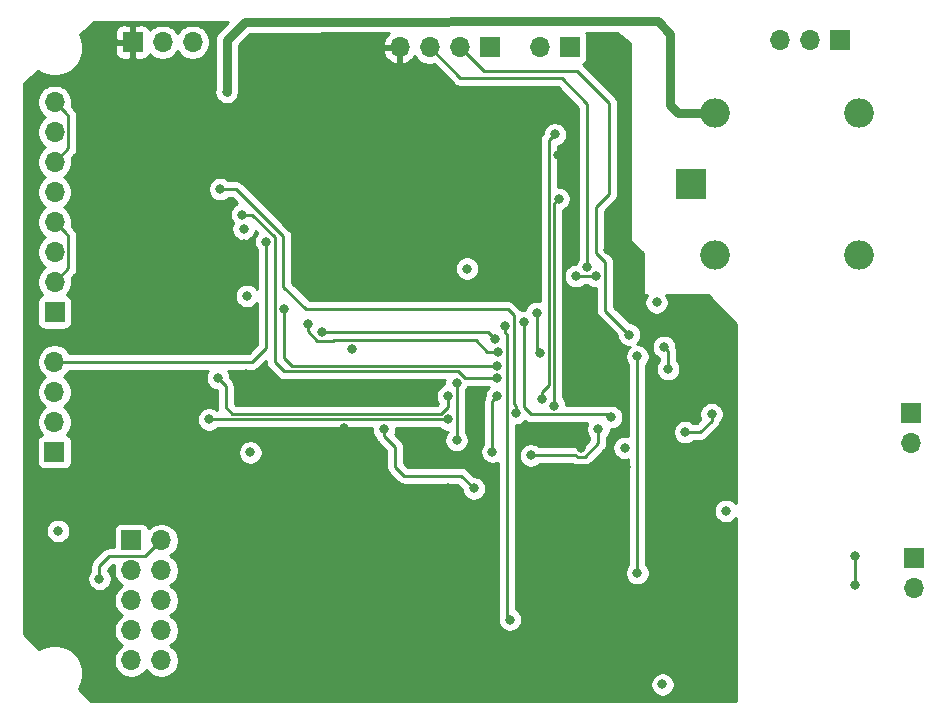
<source format=gbr>
G04 #@! TF.GenerationSoftware,KiCad,Pcbnew,(5.1.5)-3*
G04 #@! TF.CreationDate,2020-02-19T20:56:23+00:00*
G04 #@! TF.ProjectId,Isolator CAN SMT,49736f6c-6174-46f7-9220-43414e20534d,rev?*
G04 #@! TF.SameCoordinates,Original*
G04 #@! TF.FileFunction,Copper,L2,Bot*
G04 #@! TF.FilePolarity,Positive*
%FSLAX46Y46*%
G04 Gerber Fmt 4.6, Leading zero omitted, Abs format (unit mm)*
G04 Created by KiCad (PCBNEW (5.1.5)-3) date 2020-02-19 20:56:23*
%MOMM*%
%LPD*%
G04 APERTURE LIST*
%ADD10O,1.700000X1.700000*%
%ADD11R,1.700000X1.700000*%
%ADD12O,2.500000X2.500000*%
%ADD13R,2.500000X2.500000*%
%ADD14C,0.800000*%
%ADD15C,0.250000*%
%ADD16C,0.750000*%
%ADD17C,0.254000*%
G04 APERTURE END LIST*
D10*
X144589500Y-43497500D03*
D11*
X147129500Y-43497500D03*
D10*
X164909500Y-42862500D03*
X167449500Y-42862500D03*
D11*
X169989500Y-42862500D03*
D10*
X103505000Y-48133000D03*
X103505000Y-50673000D03*
X103505000Y-53213000D03*
X103505000Y-55753000D03*
X103505000Y-58293000D03*
X103505000Y-60833000D03*
X103505000Y-63373000D03*
D11*
X103505000Y-65913000D03*
D10*
X115189000Y-43053000D03*
X112649000Y-43053000D03*
D11*
X110109000Y-43053000D03*
D12*
X159416500Y-49054500D03*
X171616500Y-49054500D03*
X171616500Y-61054500D03*
X159416500Y-61054500D03*
D13*
X157416500Y-55054500D03*
D11*
X103500000Y-77750000D03*
D10*
X103500000Y-75210000D03*
X103500000Y-72670000D03*
X103500000Y-70130000D03*
X132715000Y-43497500D03*
X135255000Y-43497500D03*
X137795000Y-43497500D03*
D11*
X140335000Y-43497500D03*
D10*
X176250000Y-89290000D03*
D11*
X176250000Y-86750000D03*
X176000000Y-74500000D03*
D10*
X176000000Y-77040000D03*
D11*
X110000000Y-85250000D03*
D10*
X112540000Y-85250000D03*
X110000000Y-87790000D03*
X112540000Y-87790000D03*
X110000000Y-90330000D03*
X112540000Y-90330000D03*
X110000000Y-92870000D03*
X112540000Y-92870000D03*
X110000000Y-95410000D03*
X112540000Y-95410000D03*
D14*
X121412000Y-59944000D03*
X141177000Y-52449000D03*
X128666500Y-69046000D03*
X128730000Y-72911000D03*
X128050000Y-75750000D03*
X119697500Y-71120000D03*
X116537500Y-73037500D03*
X107206500Y-67438000D03*
X157250000Y-90850000D03*
X151854500Y-79006500D03*
X150368000Y-60642500D03*
X122427000Y-57099000D03*
X143002000Y-62230000D03*
X139954000Y-57658000D03*
X154432000Y-66675000D03*
X146389000Y-47837000D03*
X107251500Y-61468000D03*
X119507000Y-60134500D03*
X146135000Y-52620000D03*
X148068510Y-77419990D03*
X143789500Y-79654500D03*
X136779000Y-80772000D03*
X117413500Y-54227000D03*
X113600014Y-77000000D03*
X102745000Y-91950000D03*
X118083000Y-47271000D03*
X136819010Y-74993500D03*
X116586000Y-74993500D03*
X138430000Y-62230000D03*
X154483000Y-65100000D03*
X119798000Y-64553000D03*
X119507000Y-58864500D03*
X151765000Y-77406500D03*
X149542500Y-75819000D03*
X143827500Y-78041500D03*
X139001500Y-80835500D03*
X131381500Y-75819000D03*
X103812500Y-84445000D03*
X120078500Y-77787500D03*
X154975000Y-97437500D03*
X160337500Y-82740500D03*
X147637500Y-62865000D03*
X149352000Y-62865000D03*
X142593500Y-74458000D03*
X117538500Y-55499000D03*
X136819010Y-73025000D03*
X117348000Y-71501000D03*
X140574000Y-77739000D03*
X140970000Y-73025006D03*
X155448000Y-70739000D03*
X155103990Y-68854000D03*
X148626990Y-62066000D03*
X152146000Y-67818000D03*
X171312500Y-86600000D03*
X171300000Y-89000000D03*
X137544010Y-71878990D03*
X137544010Y-76768490D03*
X141668500Y-67119500D03*
X142049500Y-91948000D03*
X152844500Y-69659500D03*
X152844500Y-88011000D03*
X144335500Y-65976500D03*
X144620990Y-69362509D03*
X144764668Y-73257165D03*
X145859500Y-50863500D03*
X145796000Y-73850500D03*
X146177000Y-56324500D03*
X143256000Y-66738500D03*
X150622000Y-74803000D03*
X156908500Y-76073000D03*
X159131000Y-74549000D03*
X107300000Y-88500000D03*
X140779500Y-68199000D03*
X126111000Y-67608785D03*
X141070500Y-69278500D03*
X124968000Y-66883785D03*
X140939726Y-70475764D03*
X122936000Y-65659000D03*
X140970000Y-71501000D03*
X119380000Y-57658000D03*
D15*
X121412000Y-59944000D02*
X121412000Y-68961000D01*
X120243000Y-70130000D02*
X103500000Y-70130000D01*
X121412000Y-68961000D02*
X120243000Y-70130000D01*
D16*
X118110000Y-42862500D02*
X119634000Y-41338500D01*
X118110000Y-46678315D02*
X118110000Y-42862500D01*
X118083000Y-47271000D02*
X118083000Y-46705315D01*
X119634000Y-41338500D02*
X153924000Y-41275000D01*
X118083000Y-46705315D02*
X118110000Y-46678315D01*
X153924000Y-41275000D02*
X154559000Y-41275000D01*
X154559000Y-41275000D02*
X155638500Y-42354500D01*
X155638500Y-42354500D02*
X155638500Y-48387000D01*
X156306000Y-49054500D02*
X159416500Y-49054500D01*
X155638500Y-48387000D02*
X156306000Y-49054500D01*
D15*
X136819010Y-74993500D02*
X116586000Y-74993500D01*
X149542500Y-76384685D02*
X149542500Y-75819000D01*
X149542500Y-77019002D02*
X149542500Y-76384685D01*
X148416511Y-78144991D02*
X149542500Y-77019002D01*
X147720509Y-78144991D02*
X148416511Y-78144991D01*
X147617018Y-78041500D02*
X147720509Y-78144991D01*
X143827500Y-78041500D02*
X147617018Y-78041500D01*
X147637500Y-62865000D02*
X148203185Y-62865000D01*
X148203185Y-62865000D02*
X149352000Y-62865000D01*
X131381500Y-76384685D02*
X132334000Y-77337185D01*
X131381500Y-75819000D02*
X131381500Y-76384685D01*
X132334000Y-77337185D02*
X132334000Y-78994000D01*
X132334000Y-78994000D02*
X133096000Y-79756000D01*
X137922000Y-79756000D02*
X139001500Y-80835500D01*
X133096000Y-79756000D02*
X137922000Y-79756000D01*
X142393501Y-73692316D02*
X142393501Y-66193501D01*
X142593500Y-74458000D02*
X142593500Y-73892315D01*
X142593500Y-73892315D02*
X142393501Y-73692316D01*
X142393501Y-66193501D02*
X141859000Y-65659000D01*
X141859000Y-65659000D02*
X124777500Y-65659000D01*
X124777500Y-65659000D02*
X122872500Y-63754000D01*
X122872500Y-63754000D02*
X122872500Y-59499500D01*
X122872500Y-59499500D02*
X118872000Y-55499000D01*
X118872000Y-55499000D02*
X117538500Y-55499000D01*
X136819010Y-73025000D02*
X136819010Y-73920498D01*
X136819010Y-73920498D02*
X136196018Y-74543490D01*
X136196018Y-74543490D02*
X118548990Y-74543490D01*
X118548990Y-74543490D02*
X117983000Y-73977500D01*
X117983000Y-73977500D02*
X117983000Y-72136000D01*
X117983000Y-72136000D02*
X117348000Y-71501000D01*
X140574000Y-73421006D02*
X140970000Y-73025006D01*
X140574000Y-77739000D02*
X140574000Y-73421006D01*
X155448000Y-69198010D02*
X155103990Y-68854000D01*
X155448000Y-70739000D02*
X155448000Y-69198010D01*
X135255000Y-43497500D02*
X137858500Y-46101000D01*
X137858500Y-46101000D02*
X146431000Y-46101000D01*
X148626990Y-48296990D02*
X148626990Y-61500315D01*
X148626990Y-61500315D02*
X148626990Y-62066000D01*
X146431000Y-46101000D02*
X148626990Y-48296990D01*
X147764500Y-45529500D02*
X139827000Y-45529500D01*
X150431500Y-55943500D02*
X150431500Y-48196500D01*
X150114000Y-65786000D02*
X150114000Y-61658500D01*
X139827000Y-45529500D02*
X137795000Y-43497500D01*
X150114000Y-61658500D02*
X149352000Y-60896500D01*
X150431500Y-48196500D02*
X147764500Y-45529500D01*
X152146000Y-67818000D02*
X150114000Y-65786000D01*
X149352000Y-60896500D02*
X149352000Y-57023000D01*
X149352000Y-57023000D02*
X150431500Y-55943500D01*
X171312500Y-86600000D02*
X171312500Y-88987500D01*
X171312500Y-88987500D02*
X171300000Y-89000000D01*
X137544010Y-71878990D02*
X137544010Y-76768490D01*
X141668500Y-67685185D02*
X141795500Y-67812185D01*
X141668500Y-67119500D02*
X141668500Y-67685185D01*
X141795500Y-67812185D02*
X141795500Y-91694000D01*
X141795500Y-91694000D02*
X142049500Y-91948000D01*
X152844500Y-69659500D02*
X152844500Y-77400002D01*
X152844500Y-77400002D02*
X152844500Y-88011000D01*
X144335500Y-65976500D02*
X144335500Y-69088000D01*
X144335500Y-69088000D02*
X144610009Y-69362509D01*
X144610009Y-69362509D02*
X144620990Y-69362509D01*
X145345990Y-72110158D02*
X145345990Y-51377010D01*
X144764668Y-73257165D02*
X144764668Y-72691480D01*
X144764668Y-72691480D02*
X145345990Y-72110158D01*
X145345990Y-51377010D02*
X145859500Y-50863500D01*
X145796000Y-73850500D02*
X145796000Y-56705500D01*
X145796000Y-56705500D02*
X146177000Y-56324500D01*
X143256000Y-66738500D02*
X143256000Y-67304185D01*
X143256000Y-67304185D02*
X143256000Y-73977500D01*
X143854001Y-74575501D02*
X146531499Y-74575501D01*
X143256000Y-73977500D02*
X143854001Y-74575501D01*
X146531499Y-74575501D02*
X150394501Y-74575501D01*
X150394501Y-74575501D02*
X150622000Y-74803000D01*
X159131000Y-75120500D02*
X159131000Y-74549000D01*
X156908500Y-76073000D02*
X158178500Y-76073000D01*
X158178500Y-76073000D02*
X159131000Y-75120500D01*
X111190000Y-86600000D02*
X112540000Y-85250000D01*
X108100000Y-86600000D02*
X111190000Y-86600000D01*
X107300000Y-87400000D02*
X108100000Y-86600000D01*
X107300000Y-88500000D02*
X107300000Y-87400000D01*
X104354999Y-48982999D02*
X103505000Y-48133000D01*
X104680001Y-49308001D02*
X104354999Y-48982999D01*
X104680001Y-52037999D02*
X104680001Y-49308001D01*
X103505000Y-53213000D02*
X104680001Y-52037999D01*
X103505000Y-63373000D02*
X104680001Y-62197999D01*
X104680001Y-59468001D02*
X104354999Y-59142999D01*
X104680001Y-62197999D02*
X104680001Y-59468001D01*
X104354999Y-59142999D02*
X103505000Y-58293000D01*
X140779500Y-68199000D02*
X140189285Y-67608785D01*
X140189285Y-67608785D02*
X126111000Y-67608785D01*
X125762998Y-68333787D02*
X124968000Y-67538789D01*
X124968000Y-67449470D02*
X124968000Y-66883785D01*
X141070500Y-69278500D02*
X140144500Y-69278500D01*
X139186999Y-68320999D02*
X127125505Y-68320999D01*
X140144500Y-69278500D02*
X139186999Y-68320999D01*
X127125505Y-68320999D02*
X127112717Y-68333787D01*
X124968000Y-67538789D02*
X124968000Y-67449470D01*
X127112717Y-68333787D02*
X125762998Y-68333787D01*
X140374041Y-70475764D02*
X140364805Y-70485000D01*
X140939726Y-70475764D02*
X140374041Y-70475764D01*
X140364805Y-70485000D02*
X127190500Y-70485000D01*
X127190500Y-70485000D02*
X123634500Y-70485000D01*
X123634500Y-70485000D02*
X122936000Y-69786500D01*
X122936000Y-69786500D02*
X122936000Y-65659000D01*
X137673032Y-70935010D02*
X126053010Y-70935010D01*
X140970000Y-71501000D02*
X138239022Y-71501000D01*
X138239022Y-71501000D02*
X137673032Y-70935010D01*
X126053010Y-70935010D02*
X122941510Y-70935010D01*
X122941510Y-70935010D02*
X122137001Y-70130501D01*
X122137001Y-59595999D02*
X120199002Y-57658000D01*
X122137001Y-70130501D02*
X122137001Y-59595999D01*
X120199002Y-57658000D02*
X119380000Y-57658000D01*
D17*
G36*
X117430901Y-42113244D02*
G01*
X117392368Y-42144867D01*
X117360745Y-42183400D01*
X117360744Y-42183401D01*
X117266154Y-42298660D01*
X117172368Y-42474121D01*
X117114615Y-42664506D01*
X117095114Y-42862500D01*
X117100001Y-42912118D01*
X117100000Y-46466493D01*
X117087615Y-46507321D01*
X117068114Y-46705315D01*
X117073000Y-46754923D01*
X117073000Y-47043377D01*
X117048000Y-47169061D01*
X117048000Y-47372939D01*
X117087774Y-47572898D01*
X117165795Y-47761256D01*
X117279063Y-47930774D01*
X117423226Y-48074937D01*
X117592744Y-48188205D01*
X117781102Y-48266226D01*
X117981061Y-48306000D01*
X118184939Y-48306000D01*
X118384898Y-48266226D01*
X118573256Y-48188205D01*
X118742774Y-48074937D01*
X118886937Y-47930774D01*
X119000205Y-47761256D01*
X119078226Y-47572898D01*
X119118000Y-47372939D01*
X119118000Y-47169061D01*
X119093000Y-47043377D01*
X119093000Y-46917137D01*
X119105385Y-46876309D01*
X119120000Y-46727923D01*
X119120000Y-46727922D01*
X119124886Y-46678315D01*
X119120000Y-46628707D01*
X119120000Y-43854391D01*
X131273519Y-43854391D01*
X131370843Y-44128752D01*
X131519822Y-44378855D01*
X131714731Y-44595088D01*
X131948080Y-44769141D01*
X132210901Y-44894325D01*
X132358110Y-44938976D01*
X132588000Y-44817655D01*
X132588000Y-43624500D01*
X131394186Y-43624500D01*
X131273519Y-43854391D01*
X119120000Y-43854391D01*
X119120000Y-43280855D01*
X120053130Y-42347725D01*
X131813895Y-42325946D01*
X131714731Y-42399912D01*
X131519822Y-42616145D01*
X131370843Y-42866248D01*
X131273519Y-43140609D01*
X131394186Y-43370500D01*
X132588000Y-43370500D01*
X132588000Y-43350500D01*
X132842000Y-43350500D01*
X132842000Y-43370500D01*
X132862000Y-43370500D01*
X132862000Y-43624500D01*
X132842000Y-43624500D01*
X132842000Y-44817655D01*
X133071890Y-44938976D01*
X133219099Y-44894325D01*
X133481920Y-44769141D01*
X133715269Y-44595088D01*
X133910178Y-44378855D01*
X133979805Y-44261966D01*
X134101525Y-44444132D01*
X134308368Y-44650975D01*
X134551589Y-44813490D01*
X134821842Y-44925432D01*
X135108740Y-44982500D01*
X135401260Y-44982500D01*
X135621408Y-44938709D01*
X137294700Y-46612002D01*
X137318499Y-46641001D01*
X137347497Y-46664799D01*
X137434223Y-46735974D01*
X137566253Y-46806546D01*
X137709514Y-46850003D01*
X137821167Y-46861000D01*
X137821177Y-46861000D01*
X137858499Y-46864676D01*
X137895822Y-46861000D01*
X146116199Y-46861000D01*
X147866990Y-48611792D01*
X147866991Y-61362288D01*
X147823053Y-61406226D01*
X147709785Y-61575744D01*
X147631764Y-61764102D01*
X147618656Y-61830000D01*
X147535561Y-61830000D01*
X147335602Y-61869774D01*
X147147244Y-61947795D01*
X146977726Y-62061063D01*
X146833563Y-62205226D01*
X146720295Y-62374744D01*
X146642274Y-62563102D01*
X146602500Y-62763061D01*
X146602500Y-62966939D01*
X146642274Y-63166898D01*
X146720295Y-63355256D01*
X146833563Y-63524774D01*
X146977726Y-63668937D01*
X147147244Y-63782205D01*
X147335602Y-63860226D01*
X147535561Y-63900000D01*
X147739439Y-63900000D01*
X147939398Y-63860226D01*
X148127756Y-63782205D01*
X148297274Y-63668937D01*
X148341211Y-63625000D01*
X148648289Y-63625000D01*
X148692226Y-63668937D01*
X148861744Y-63782205D01*
X149050102Y-63860226D01*
X149250061Y-63900000D01*
X149354000Y-63900000D01*
X149354000Y-65748677D01*
X149350324Y-65786000D01*
X149354000Y-65823322D01*
X149354000Y-65823332D01*
X149364997Y-65934985D01*
X149377082Y-65974823D01*
X149408454Y-66078246D01*
X149479026Y-66210276D01*
X149510186Y-66248244D01*
X149573999Y-66326001D01*
X149603003Y-66349804D01*
X151111000Y-67857802D01*
X151111000Y-67919939D01*
X151150774Y-68119898D01*
X151228795Y-68308256D01*
X151342063Y-68477774D01*
X151486226Y-68621937D01*
X151655744Y-68735205D01*
X151844102Y-68813226D01*
X152044061Y-68853000D01*
X152188562Y-68853000D01*
X152184726Y-68855563D01*
X152040563Y-68999726D01*
X151927295Y-69169244D01*
X151849274Y-69357602D01*
X151809500Y-69557561D01*
X151809500Y-69761439D01*
X151849274Y-69961398D01*
X151927295Y-70149756D01*
X152040563Y-70319274D01*
X152084500Y-70363211D01*
X152084501Y-76418565D01*
X152066898Y-76411274D01*
X151866939Y-76371500D01*
X151663061Y-76371500D01*
X151463102Y-76411274D01*
X151274744Y-76489295D01*
X151105226Y-76602563D01*
X150961063Y-76746726D01*
X150847795Y-76916244D01*
X150769774Y-77104602D01*
X150730000Y-77304561D01*
X150730000Y-77508439D01*
X150769774Y-77708398D01*
X150847795Y-77896756D01*
X150961063Y-78066274D01*
X151105226Y-78210437D01*
X151274744Y-78323705D01*
X151463102Y-78401726D01*
X151663061Y-78441500D01*
X151866939Y-78441500D01*
X152066898Y-78401726D01*
X152084500Y-78394435D01*
X152084501Y-87307288D01*
X152040563Y-87351226D01*
X151927295Y-87520744D01*
X151849274Y-87709102D01*
X151809500Y-87909061D01*
X151809500Y-88112939D01*
X151849274Y-88312898D01*
X151927295Y-88501256D01*
X152040563Y-88670774D01*
X152184726Y-88814937D01*
X152354244Y-88928205D01*
X152542602Y-89006226D01*
X152742561Y-89046000D01*
X152946439Y-89046000D01*
X153146398Y-89006226D01*
X153334756Y-88928205D01*
X153504274Y-88814937D01*
X153648437Y-88670774D01*
X153761705Y-88501256D01*
X153839726Y-88312898D01*
X153879500Y-88112939D01*
X153879500Y-87909061D01*
X153839726Y-87709102D01*
X153761705Y-87520744D01*
X153648437Y-87351226D01*
X153604500Y-87307289D01*
X153604500Y-75971061D01*
X155873500Y-75971061D01*
X155873500Y-76174939D01*
X155913274Y-76374898D01*
X155991295Y-76563256D01*
X156104563Y-76732774D01*
X156248726Y-76876937D01*
X156418244Y-76990205D01*
X156606602Y-77068226D01*
X156806561Y-77108000D01*
X157010439Y-77108000D01*
X157210398Y-77068226D01*
X157398756Y-76990205D01*
X157568274Y-76876937D01*
X157612211Y-76833000D01*
X158141178Y-76833000D01*
X158178500Y-76836676D01*
X158215822Y-76833000D01*
X158215833Y-76833000D01*
X158327486Y-76822003D01*
X158470747Y-76778546D01*
X158602776Y-76707974D01*
X158718501Y-76613001D01*
X158742303Y-76583998D01*
X159642009Y-75684294D01*
X159671001Y-75660501D01*
X159694795Y-75631508D01*
X159694799Y-75631504D01*
X159765973Y-75544777D01*
X159765974Y-75544776D01*
X159836546Y-75412747D01*
X159880003Y-75269486D01*
X159880634Y-75263077D01*
X159934937Y-75208774D01*
X160048205Y-75039256D01*
X160126226Y-74850898D01*
X160166000Y-74650939D01*
X160166000Y-74447061D01*
X160126226Y-74247102D01*
X160048205Y-74058744D01*
X159934937Y-73889226D01*
X159790774Y-73745063D01*
X159621256Y-73631795D01*
X159432898Y-73553774D01*
X159232939Y-73514000D01*
X159029061Y-73514000D01*
X158829102Y-73553774D01*
X158640744Y-73631795D01*
X158471226Y-73745063D01*
X158327063Y-73889226D01*
X158213795Y-74058744D01*
X158135774Y-74247102D01*
X158096000Y-74447061D01*
X158096000Y-74650939D01*
X158135774Y-74850898D01*
X158191432Y-74985266D01*
X157863699Y-75313000D01*
X157612211Y-75313000D01*
X157568274Y-75269063D01*
X157398756Y-75155795D01*
X157210398Y-75077774D01*
X157010439Y-75038000D01*
X156806561Y-75038000D01*
X156606602Y-75077774D01*
X156418244Y-75155795D01*
X156248726Y-75269063D01*
X156104563Y-75413226D01*
X155991295Y-75582744D01*
X155913274Y-75771102D01*
X155873500Y-75971061D01*
X153604500Y-75971061D01*
X153604500Y-70363211D01*
X153648437Y-70319274D01*
X153761705Y-70149756D01*
X153839726Y-69961398D01*
X153879500Y-69761439D01*
X153879500Y-69557561D01*
X153839726Y-69357602D01*
X153761705Y-69169244D01*
X153648437Y-68999726D01*
X153504274Y-68855563D01*
X153349372Y-68752061D01*
X154068990Y-68752061D01*
X154068990Y-68955939D01*
X154108764Y-69155898D01*
X154186785Y-69344256D01*
X154300053Y-69513774D01*
X154444216Y-69657937D01*
X154613734Y-69771205D01*
X154688001Y-69801967D01*
X154688000Y-70035289D01*
X154644063Y-70079226D01*
X154530795Y-70248744D01*
X154452774Y-70437102D01*
X154413000Y-70637061D01*
X154413000Y-70840939D01*
X154452774Y-71040898D01*
X154530795Y-71229256D01*
X154644063Y-71398774D01*
X154788226Y-71542937D01*
X154957744Y-71656205D01*
X155146102Y-71734226D01*
X155346061Y-71774000D01*
X155549939Y-71774000D01*
X155749898Y-71734226D01*
X155938256Y-71656205D01*
X156107774Y-71542937D01*
X156251937Y-71398774D01*
X156365205Y-71229256D01*
X156443226Y-71040898D01*
X156483000Y-70840939D01*
X156483000Y-70637061D01*
X156443226Y-70437102D01*
X156365205Y-70248744D01*
X156251937Y-70079226D01*
X156208000Y-70035289D01*
X156208000Y-69235343D01*
X156211677Y-69198010D01*
X156197003Y-69049024D01*
X156153546Y-68905763D01*
X156138990Y-68878531D01*
X156138990Y-68752061D01*
X156099216Y-68552102D01*
X156021195Y-68363744D01*
X155907927Y-68194226D01*
X155763764Y-68050063D01*
X155594246Y-67936795D01*
X155405888Y-67858774D01*
X155205929Y-67819000D01*
X155002051Y-67819000D01*
X154802092Y-67858774D01*
X154613734Y-67936795D01*
X154444216Y-68050063D01*
X154300053Y-68194226D01*
X154186785Y-68363744D01*
X154108764Y-68552102D01*
X154068990Y-68752061D01*
X153349372Y-68752061D01*
X153334756Y-68742295D01*
X153146398Y-68664274D01*
X152946439Y-68624500D01*
X152801938Y-68624500D01*
X152805774Y-68621937D01*
X152949937Y-68477774D01*
X153063205Y-68308256D01*
X153141226Y-68119898D01*
X153181000Y-67919939D01*
X153181000Y-67716061D01*
X153141226Y-67516102D01*
X153063205Y-67327744D01*
X152949937Y-67158226D01*
X152805774Y-67014063D01*
X152636256Y-66900795D01*
X152447898Y-66822774D01*
X152247939Y-66783000D01*
X152185802Y-66783000D01*
X150874000Y-65471199D01*
X150874000Y-61695825D01*
X150877676Y-61658500D01*
X150874000Y-61621175D01*
X150874000Y-61621167D01*
X150863003Y-61509514D01*
X150819546Y-61366253D01*
X150748974Y-61234224D01*
X150654001Y-61118499D01*
X150625002Y-61094701D01*
X150112000Y-60581699D01*
X150112000Y-57337801D01*
X150942504Y-56507298D01*
X150971501Y-56483501D01*
X151066474Y-56367776D01*
X151137046Y-56235747D01*
X151180503Y-56092486D01*
X151191500Y-55980833D01*
X151191500Y-55980832D01*
X151195177Y-55943500D01*
X151191500Y-55906167D01*
X151191500Y-48233833D01*
X151195177Y-48196500D01*
X151180503Y-48047514D01*
X151137046Y-47904253D01*
X151066474Y-47772224D01*
X150995299Y-47685497D01*
X150971501Y-47656499D01*
X150942503Y-47632701D01*
X148328304Y-45018503D01*
X148304501Y-44989499D01*
X148233886Y-44931547D01*
X148333994Y-44878037D01*
X148430685Y-44798685D01*
X148510037Y-44701994D01*
X148569002Y-44591680D01*
X148605312Y-44471982D01*
X148617572Y-44347500D01*
X148617572Y-42647500D01*
X148605312Y-42523018D01*
X148569002Y-42403320D01*
X148511116Y-42295025D01*
X151118052Y-42290197D01*
X152209500Y-43116158D01*
X152209500Y-59817000D01*
X152211940Y-59841776D01*
X152219167Y-59865601D01*
X152230903Y-59887557D01*
X152246697Y-59906803D01*
X153289000Y-60949106D01*
X153289000Y-64325500D01*
X153291440Y-64350276D01*
X153298667Y-64374101D01*
X153310403Y-64396057D01*
X153326197Y-64415303D01*
X153345443Y-64431097D01*
X153367399Y-64442833D01*
X153391224Y-64450060D01*
X153416000Y-64452500D01*
X153670862Y-64452500D01*
X153565795Y-64609744D01*
X153487774Y-64798102D01*
X153448000Y-64998061D01*
X153448000Y-65201939D01*
X153487774Y-65401898D01*
X153565795Y-65590256D01*
X153679063Y-65759774D01*
X153823226Y-65903937D01*
X153992744Y-66017205D01*
X154181102Y-66095226D01*
X154381061Y-66135000D01*
X154584939Y-66135000D01*
X154784898Y-66095226D01*
X154973256Y-66017205D01*
X155142774Y-65903937D01*
X155286937Y-65759774D01*
X155400205Y-65590256D01*
X155478226Y-65401898D01*
X155518000Y-65201939D01*
X155518000Y-64998061D01*
X155478226Y-64798102D01*
X155400205Y-64609744D01*
X155295138Y-64452500D01*
X158822489Y-64452500D01*
X161163747Y-66916234D01*
X161168132Y-82120678D01*
X161141437Y-82080726D01*
X160997274Y-81936563D01*
X160827756Y-81823295D01*
X160639398Y-81745274D01*
X160439439Y-81705500D01*
X160235561Y-81705500D01*
X160035602Y-81745274D01*
X159847244Y-81823295D01*
X159677726Y-81936563D01*
X159533563Y-82080726D01*
X159420295Y-82250244D01*
X159342274Y-82438602D01*
X159302500Y-82638561D01*
X159302500Y-82842439D01*
X159342274Y-83042398D01*
X159420295Y-83230756D01*
X159533563Y-83400274D01*
X159677726Y-83544437D01*
X159847244Y-83657705D01*
X160035602Y-83735726D01*
X160235561Y-83775500D01*
X160439439Y-83775500D01*
X160639398Y-83735726D01*
X160827756Y-83657705D01*
X160997274Y-83544437D01*
X161141437Y-83400274D01*
X161168489Y-83359787D01*
X161172963Y-98873000D01*
X106598572Y-98873000D01*
X105534120Y-97808548D01*
X105643069Y-97645494D01*
X105771447Y-97335561D01*
X153940000Y-97335561D01*
X153940000Y-97539439D01*
X153979774Y-97739398D01*
X154057795Y-97927756D01*
X154171063Y-98097274D01*
X154315226Y-98241437D01*
X154484744Y-98354705D01*
X154673102Y-98432726D01*
X154873061Y-98472500D01*
X155076939Y-98472500D01*
X155276898Y-98432726D01*
X155465256Y-98354705D01*
X155634774Y-98241437D01*
X155778937Y-98097274D01*
X155892205Y-97927756D01*
X155970226Y-97739398D01*
X156010000Y-97539439D01*
X156010000Y-97335561D01*
X155970226Y-97135602D01*
X155892205Y-96947244D01*
X155778937Y-96777726D01*
X155634774Y-96633563D01*
X155465256Y-96520295D01*
X155276898Y-96442274D01*
X155076939Y-96402500D01*
X154873061Y-96402500D01*
X154673102Y-96442274D01*
X154484744Y-96520295D01*
X154315226Y-96633563D01*
X154171063Y-96777726D01*
X154057795Y-96947244D01*
X153979774Y-97135602D01*
X153940000Y-97335561D01*
X105771447Y-97335561D01*
X105825365Y-97205392D01*
X105918299Y-96738182D01*
X105918299Y-96261818D01*
X105825365Y-95794608D01*
X105643069Y-95354506D01*
X105378415Y-94958424D01*
X105041576Y-94621585D01*
X104645494Y-94356931D01*
X104205392Y-94174635D01*
X103738182Y-94081701D01*
X103261818Y-94081701D01*
X102794608Y-94174635D01*
X102354506Y-94356931D01*
X102191452Y-94465880D01*
X100922966Y-93197394D01*
X100922966Y-88398061D01*
X106265000Y-88398061D01*
X106265000Y-88601939D01*
X106304774Y-88801898D01*
X106382795Y-88990256D01*
X106496063Y-89159774D01*
X106640226Y-89303937D01*
X106809744Y-89417205D01*
X106998102Y-89495226D01*
X107198061Y-89535000D01*
X107401939Y-89535000D01*
X107601898Y-89495226D01*
X107790256Y-89417205D01*
X107959774Y-89303937D01*
X108103937Y-89159774D01*
X108217205Y-88990256D01*
X108295226Y-88801898D01*
X108335000Y-88601939D01*
X108335000Y-88398061D01*
X108295226Y-88198102D01*
X108217205Y-88009744D01*
X108103937Y-87840226D01*
X108060000Y-87796289D01*
X108060000Y-87714801D01*
X108414802Y-87360000D01*
X108571440Y-87360000D01*
X108515000Y-87643740D01*
X108515000Y-87936260D01*
X108572068Y-88223158D01*
X108684010Y-88493411D01*
X108846525Y-88736632D01*
X109053368Y-88943475D01*
X109227760Y-89060000D01*
X109053368Y-89176525D01*
X108846525Y-89383368D01*
X108684010Y-89626589D01*
X108572068Y-89896842D01*
X108515000Y-90183740D01*
X108515000Y-90476260D01*
X108572068Y-90763158D01*
X108684010Y-91033411D01*
X108846525Y-91276632D01*
X109053368Y-91483475D01*
X109227760Y-91600000D01*
X109053368Y-91716525D01*
X108846525Y-91923368D01*
X108684010Y-92166589D01*
X108572068Y-92436842D01*
X108515000Y-92723740D01*
X108515000Y-93016260D01*
X108572068Y-93303158D01*
X108684010Y-93573411D01*
X108846525Y-93816632D01*
X109053368Y-94023475D01*
X109227760Y-94140000D01*
X109053368Y-94256525D01*
X108846525Y-94463368D01*
X108684010Y-94706589D01*
X108572068Y-94976842D01*
X108515000Y-95263740D01*
X108515000Y-95556260D01*
X108572068Y-95843158D01*
X108684010Y-96113411D01*
X108846525Y-96356632D01*
X109053368Y-96563475D01*
X109296589Y-96725990D01*
X109566842Y-96837932D01*
X109853740Y-96895000D01*
X110146260Y-96895000D01*
X110433158Y-96837932D01*
X110703411Y-96725990D01*
X110946632Y-96563475D01*
X111153475Y-96356632D01*
X111270000Y-96182240D01*
X111386525Y-96356632D01*
X111593368Y-96563475D01*
X111836589Y-96725990D01*
X112106842Y-96837932D01*
X112393740Y-96895000D01*
X112686260Y-96895000D01*
X112973158Y-96837932D01*
X113243411Y-96725990D01*
X113486632Y-96563475D01*
X113693475Y-96356632D01*
X113855990Y-96113411D01*
X113967932Y-95843158D01*
X114025000Y-95556260D01*
X114025000Y-95263740D01*
X113967932Y-94976842D01*
X113855990Y-94706589D01*
X113693475Y-94463368D01*
X113486632Y-94256525D01*
X113312240Y-94140000D01*
X113486632Y-94023475D01*
X113693475Y-93816632D01*
X113855990Y-93573411D01*
X113967932Y-93303158D01*
X114025000Y-93016260D01*
X114025000Y-92723740D01*
X113967932Y-92436842D01*
X113855990Y-92166589D01*
X113693475Y-91923368D01*
X113486632Y-91716525D01*
X113312240Y-91600000D01*
X113486632Y-91483475D01*
X113693475Y-91276632D01*
X113855990Y-91033411D01*
X113967932Y-90763158D01*
X114025000Y-90476260D01*
X114025000Y-90183740D01*
X113967932Y-89896842D01*
X113855990Y-89626589D01*
X113693475Y-89383368D01*
X113486632Y-89176525D01*
X113312240Y-89060000D01*
X113486632Y-88943475D01*
X113693475Y-88736632D01*
X113855990Y-88493411D01*
X113967932Y-88223158D01*
X114025000Y-87936260D01*
X114025000Y-87643740D01*
X113967932Y-87356842D01*
X113855990Y-87086589D01*
X113693475Y-86843368D01*
X113486632Y-86636525D01*
X113312240Y-86520000D01*
X113486632Y-86403475D01*
X113693475Y-86196632D01*
X113855990Y-85953411D01*
X113967932Y-85683158D01*
X114025000Y-85396260D01*
X114025000Y-85103740D01*
X113967932Y-84816842D01*
X113855990Y-84546589D01*
X113693475Y-84303368D01*
X113486632Y-84096525D01*
X113243411Y-83934010D01*
X112973158Y-83822068D01*
X112686260Y-83765000D01*
X112393740Y-83765000D01*
X112106842Y-83822068D01*
X111836589Y-83934010D01*
X111593368Y-84096525D01*
X111461513Y-84228380D01*
X111439502Y-84155820D01*
X111380537Y-84045506D01*
X111301185Y-83948815D01*
X111204494Y-83869463D01*
X111094180Y-83810498D01*
X110974482Y-83774188D01*
X110850000Y-83761928D01*
X109150000Y-83761928D01*
X109025518Y-83774188D01*
X108905820Y-83810498D01*
X108795506Y-83869463D01*
X108698815Y-83948815D01*
X108619463Y-84045506D01*
X108560498Y-84155820D01*
X108524188Y-84275518D01*
X108511928Y-84400000D01*
X108511928Y-85840000D01*
X108137323Y-85840000D01*
X108100000Y-85836324D01*
X108062677Y-85840000D01*
X108062667Y-85840000D01*
X107951014Y-85850997D01*
X107807753Y-85894454D01*
X107675724Y-85965026D01*
X107559999Y-86059999D01*
X107536201Y-86088998D01*
X106788998Y-86836201D01*
X106760000Y-86859999D01*
X106736202Y-86888997D01*
X106736201Y-86888998D01*
X106665026Y-86975724D01*
X106594454Y-87107754D01*
X106550998Y-87251015D01*
X106536324Y-87400000D01*
X106540001Y-87437332D01*
X106540001Y-87796288D01*
X106496063Y-87840226D01*
X106382795Y-88009744D01*
X106304774Y-88198102D01*
X106265000Y-88398061D01*
X100922966Y-88398061D01*
X100922966Y-84343061D01*
X102777500Y-84343061D01*
X102777500Y-84546939D01*
X102817274Y-84746898D01*
X102895295Y-84935256D01*
X103008563Y-85104774D01*
X103152726Y-85248937D01*
X103322244Y-85362205D01*
X103510602Y-85440226D01*
X103710561Y-85480000D01*
X103914439Y-85480000D01*
X104114398Y-85440226D01*
X104302756Y-85362205D01*
X104472274Y-85248937D01*
X104616437Y-85104774D01*
X104729705Y-84935256D01*
X104807726Y-84746898D01*
X104847500Y-84546939D01*
X104847500Y-84343061D01*
X104807726Y-84143102D01*
X104729705Y-83954744D01*
X104616437Y-83785226D01*
X104472274Y-83641063D01*
X104302756Y-83527795D01*
X104114398Y-83449774D01*
X103914439Y-83410000D01*
X103710561Y-83410000D01*
X103510602Y-83449774D01*
X103322244Y-83527795D01*
X103152726Y-83641063D01*
X103008563Y-83785226D01*
X102895295Y-83954744D01*
X102817274Y-84143102D01*
X102777500Y-84343061D01*
X100922966Y-84343061D01*
X100922966Y-76900000D01*
X102011928Y-76900000D01*
X102011928Y-78600000D01*
X102024188Y-78724482D01*
X102060498Y-78844180D01*
X102119463Y-78954494D01*
X102198815Y-79051185D01*
X102295506Y-79130537D01*
X102405820Y-79189502D01*
X102525518Y-79225812D01*
X102650000Y-79238072D01*
X104350000Y-79238072D01*
X104474482Y-79225812D01*
X104594180Y-79189502D01*
X104704494Y-79130537D01*
X104801185Y-79051185D01*
X104880537Y-78954494D01*
X104939502Y-78844180D01*
X104975812Y-78724482D01*
X104988072Y-78600000D01*
X104988072Y-77685561D01*
X119043500Y-77685561D01*
X119043500Y-77889439D01*
X119083274Y-78089398D01*
X119161295Y-78277756D01*
X119274563Y-78447274D01*
X119418726Y-78591437D01*
X119588244Y-78704705D01*
X119776602Y-78782726D01*
X119976561Y-78822500D01*
X120180439Y-78822500D01*
X120380398Y-78782726D01*
X120568756Y-78704705D01*
X120738274Y-78591437D01*
X120882437Y-78447274D01*
X120995705Y-78277756D01*
X121073726Y-78089398D01*
X121113500Y-77889439D01*
X121113500Y-77685561D01*
X121073726Y-77485602D01*
X120995705Y-77297244D01*
X120882437Y-77127726D01*
X120738274Y-76983563D01*
X120568756Y-76870295D01*
X120380398Y-76792274D01*
X120180439Y-76752500D01*
X119976561Y-76752500D01*
X119776602Y-76792274D01*
X119588244Y-76870295D01*
X119418726Y-76983563D01*
X119274563Y-77127726D01*
X119161295Y-77297244D01*
X119083274Y-77485602D01*
X119043500Y-77685561D01*
X104988072Y-77685561D01*
X104988072Y-76900000D01*
X104975812Y-76775518D01*
X104939502Y-76655820D01*
X104880537Y-76545506D01*
X104801185Y-76448815D01*
X104704494Y-76369463D01*
X104594180Y-76310498D01*
X104521620Y-76288487D01*
X104653475Y-76156632D01*
X104815990Y-75913411D01*
X104927932Y-75643158D01*
X104985000Y-75356260D01*
X104985000Y-75063740D01*
X104927932Y-74776842D01*
X104815990Y-74506589D01*
X104653475Y-74263368D01*
X104446632Y-74056525D01*
X104272240Y-73940000D01*
X104446632Y-73823475D01*
X104653475Y-73616632D01*
X104815990Y-73373411D01*
X104927932Y-73103158D01*
X104985000Y-72816260D01*
X104985000Y-72523740D01*
X104927932Y-72236842D01*
X104815990Y-71966589D01*
X104653475Y-71723368D01*
X104446632Y-71516525D01*
X104272240Y-71400000D01*
X104446632Y-71283475D01*
X104653475Y-71076632D01*
X104778178Y-70890000D01*
X116511473Y-70890000D01*
X116430795Y-71010744D01*
X116352774Y-71199102D01*
X116313000Y-71399061D01*
X116313000Y-71602939D01*
X116352774Y-71802898D01*
X116430795Y-71991256D01*
X116544063Y-72160774D01*
X116688226Y-72304937D01*
X116857744Y-72418205D01*
X117046102Y-72496226D01*
X117223001Y-72531413D01*
X117223000Y-73940177D01*
X117219324Y-73977500D01*
X117223000Y-74014822D01*
X117223000Y-74014832D01*
X117233997Y-74126485D01*
X117256335Y-74200124D01*
X117245774Y-74189563D01*
X117076256Y-74076295D01*
X116887898Y-73998274D01*
X116687939Y-73958500D01*
X116484061Y-73958500D01*
X116284102Y-73998274D01*
X116095744Y-74076295D01*
X115926226Y-74189563D01*
X115782063Y-74333726D01*
X115668795Y-74503244D01*
X115590774Y-74691602D01*
X115551000Y-74891561D01*
X115551000Y-75095439D01*
X115590774Y-75295398D01*
X115668795Y-75483756D01*
X115782063Y-75653274D01*
X115926226Y-75797437D01*
X116095744Y-75910705D01*
X116284102Y-75988726D01*
X116484061Y-76028500D01*
X116687939Y-76028500D01*
X116887898Y-75988726D01*
X117076256Y-75910705D01*
X117245774Y-75797437D01*
X117289711Y-75753500D01*
X130346500Y-75753500D01*
X130346500Y-75920939D01*
X130386274Y-76120898D01*
X130464295Y-76309256D01*
X130577563Y-76478774D01*
X130632513Y-76533724D01*
X130675954Y-76676932D01*
X130690423Y-76704000D01*
X130746526Y-76808961D01*
X130796862Y-76870295D01*
X130841500Y-76924686D01*
X130870498Y-76948484D01*
X131574000Y-77651988D01*
X131574001Y-78956668D01*
X131570324Y-78994000D01*
X131584998Y-79142985D01*
X131628454Y-79286246D01*
X131699026Y-79418276D01*
X131770201Y-79505002D01*
X131794000Y-79534001D01*
X131822998Y-79557799D01*
X132532201Y-80267002D01*
X132555999Y-80296001D01*
X132671724Y-80390974D01*
X132803753Y-80461546D01*
X132947014Y-80505003D01*
X133058667Y-80516000D01*
X133058675Y-80516000D01*
X133096000Y-80519676D01*
X133133325Y-80516000D01*
X137607199Y-80516000D01*
X137966500Y-80875302D01*
X137966500Y-80937439D01*
X138006274Y-81137398D01*
X138084295Y-81325756D01*
X138197563Y-81495274D01*
X138341726Y-81639437D01*
X138511244Y-81752705D01*
X138699602Y-81830726D01*
X138899561Y-81870500D01*
X139103439Y-81870500D01*
X139303398Y-81830726D01*
X139491756Y-81752705D01*
X139661274Y-81639437D01*
X139805437Y-81495274D01*
X139918705Y-81325756D01*
X139996726Y-81137398D01*
X140036500Y-80937439D01*
X140036500Y-80733561D01*
X139996726Y-80533602D01*
X139918705Y-80345244D01*
X139805437Y-80175726D01*
X139661274Y-80031563D01*
X139491756Y-79918295D01*
X139303398Y-79840274D01*
X139103439Y-79800500D01*
X139041302Y-79800500D01*
X138485804Y-79245002D01*
X138462001Y-79215999D01*
X138346276Y-79121026D01*
X138214247Y-79050454D01*
X138070986Y-79006997D01*
X137959333Y-78996000D01*
X137959322Y-78996000D01*
X137922000Y-78992324D01*
X137884678Y-78996000D01*
X133410802Y-78996000D01*
X133094000Y-78679199D01*
X133094000Y-77374507D01*
X133097676Y-77337184D01*
X133094000Y-77299861D01*
X133094000Y-77299852D01*
X133083003Y-77188199D01*
X133039546Y-77044938D01*
X132968974Y-76912909D01*
X132920629Y-76854000D01*
X132897799Y-76826181D01*
X132897795Y-76826177D01*
X132874001Y-76797184D01*
X132845009Y-76773391D01*
X132322772Y-76251155D01*
X132376726Y-76120898D01*
X132416500Y-75920939D01*
X132416500Y-75753500D01*
X136115299Y-75753500D01*
X136159236Y-75797437D01*
X136328754Y-75910705D01*
X136517112Y-75988726D01*
X136717071Y-76028500D01*
X136784011Y-76028500D01*
X136784011Y-76064778D01*
X136740073Y-76108716D01*
X136626805Y-76278234D01*
X136548784Y-76466592D01*
X136509010Y-76666551D01*
X136509010Y-76870429D01*
X136548784Y-77070388D01*
X136626805Y-77258746D01*
X136740073Y-77428264D01*
X136884236Y-77572427D01*
X137053754Y-77685695D01*
X137242112Y-77763716D01*
X137442071Y-77803490D01*
X137645949Y-77803490D01*
X137845908Y-77763716D01*
X138034266Y-77685695D01*
X138203784Y-77572427D01*
X138347947Y-77428264D01*
X138461215Y-77258746D01*
X138539236Y-77070388D01*
X138579010Y-76870429D01*
X138579010Y-76666551D01*
X138539236Y-76466592D01*
X138461215Y-76278234D01*
X138347947Y-76108716D01*
X138304010Y-76064779D01*
X138304010Y-72582701D01*
X138347947Y-72538764D01*
X138461215Y-72369246D01*
X138506052Y-72261000D01*
X140266289Y-72261000D01*
X140268292Y-72263003D01*
X140166063Y-72365232D01*
X140052795Y-72534750D01*
X139974774Y-72723108D01*
X139935000Y-72923067D01*
X139935000Y-73004262D01*
X139868454Y-73128760D01*
X139864040Y-73143312D01*
X139826206Y-73268040D01*
X139824998Y-73272021D01*
X139810324Y-73421006D01*
X139814001Y-73458338D01*
X139814000Y-77035289D01*
X139770063Y-77079226D01*
X139656795Y-77248744D01*
X139578774Y-77437102D01*
X139539000Y-77637061D01*
X139539000Y-77840939D01*
X139578774Y-78040898D01*
X139656795Y-78229256D01*
X139770063Y-78398774D01*
X139914226Y-78542937D01*
X140083744Y-78656205D01*
X140272102Y-78734226D01*
X140472061Y-78774000D01*
X140675939Y-78774000D01*
X140875898Y-78734226D01*
X141035500Y-78668116D01*
X141035501Y-91656667D01*
X141031824Y-91694000D01*
X141036104Y-91737451D01*
X141014500Y-91846061D01*
X141014500Y-92049939D01*
X141054274Y-92249898D01*
X141132295Y-92438256D01*
X141245563Y-92607774D01*
X141389726Y-92751937D01*
X141559244Y-92865205D01*
X141747602Y-92943226D01*
X141947561Y-92983000D01*
X142151439Y-92983000D01*
X142351398Y-92943226D01*
X142539756Y-92865205D01*
X142709274Y-92751937D01*
X142853437Y-92607774D01*
X142966705Y-92438256D01*
X143044726Y-92249898D01*
X143084500Y-92049939D01*
X143084500Y-91846061D01*
X143044726Y-91646102D01*
X142966705Y-91457744D01*
X142853437Y-91288226D01*
X142709274Y-91144063D01*
X142555500Y-91041315D01*
X142555500Y-75493000D01*
X142695439Y-75493000D01*
X142895398Y-75453226D01*
X143083756Y-75375205D01*
X143253274Y-75261937D01*
X143361075Y-75154136D01*
X143429724Y-75210475D01*
X143561754Y-75281047D01*
X143705015Y-75324504D01*
X143816668Y-75335501D01*
X143816677Y-75335501D01*
X143854000Y-75339177D01*
X143891323Y-75335501D01*
X148622496Y-75335501D01*
X148547274Y-75517102D01*
X148507500Y-75717061D01*
X148507500Y-75920939D01*
X148547274Y-76120898D01*
X148625295Y-76309256D01*
X148738563Y-76478774D01*
X148782500Y-76522711D01*
X148782500Y-76704200D01*
X148101710Y-77384991D01*
X148001005Y-77384991D01*
X147909265Y-77335954D01*
X147766004Y-77292497D01*
X147654351Y-77281500D01*
X147654340Y-77281500D01*
X147617018Y-77277824D01*
X147579696Y-77281500D01*
X144531211Y-77281500D01*
X144487274Y-77237563D01*
X144317756Y-77124295D01*
X144129398Y-77046274D01*
X143929439Y-77006500D01*
X143725561Y-77006500D01*
X143525602Y-77046274D01*
X143337244Y-77124295D01*
X143167726Y-77237563D01*
X143023563Y-77381726D01*
X142910295Y-77551244D01*
X142832274Y-77739602D01*
X142792500Y-77939561D01*
X142792500Y-78143439D01*
X142832274Y-78343398D01*
X142910295Y-78531756D01*
X143023563Y-78701274D01*
X143167726Y-78845437D01*
X143337244Y-78958705D01*
X143525602Y-79036726D01*
X143725561Y-79076500D01*
X143929439Y-79076500D01*
X144129398Y-79036726D01*
X144317756Y-78958705D01*
X144487274Y-78845437D01*
X144531211Y-78801500D01*
X147336522Y-78801500D01*
X147428262Y-78850537D01*
X147571523Y-78893994D01*
X147683176Y-78904991D01*
X147683186Y-78904991D01*
X147720508Y-78908667D01*
X147757831Y-78904991D01*
X148379189Y-78904991D01*
X148416511Y-78908667D01*
X148453833Y-78904991D01*
X148453844Y-78904991D01*
X148565497Y-78893994D01*
X148708758Y-78850537D01*
X148840787Y-78779965D01*
X148956512Y-78684992D01*
X148980315Y-78655989D01*
X150053504Y-77582800D01*
X150082501Y-77559003D01*
X150123998Y-77508439D01*
X150177474Y-77443279D01*
X150248046Y-77311249D01*
X150263972Y-77258746D01*
X150291503Y-77167988D01*
X150302500Y-77056335D01*
X150302500Y-77056325D01*
X150306176Y-77019002D01*
X150302500Y-76981679D01*
X150302500Y-76522711D01*
X150346437Y-76478774D01*
X150459705Y-76309256D01*
X150537726Y-76120898D01*
X150577500Y-75920939D01*
X150577500Y-75838000D01*
X150723939Y-75838000D01*
X150923898Y-75798226D01*
X151112256Y-75720205D01*
X151281774Y-75606937D01*
X151425937Y-75462774D01*
X151539205Y-75293256D01*
X151617226Y-75104898D01*
X151657000Y-74904939D01*
X151657000Y-74701061D01*
X151617226Y-74501102D01*
X151539205Y-74312744D01*
X151425937Y-74143226D01*
X151281774Y-73999063D01*
X151112256Y-73885795D01*
X150923898Y-73807774D01*
X150723939Y-73768000D01*
X150520061Y-73768000D01*
X150320102Y-73807774D01*
X150301448Y-73815501D01*
X146831000Y-73815501D01*
X146831000Y-73748561D01*
X146791226Y-73548602D01*
X146713205Y-73360244D01*
X146599937Y-73190726D01*
X146556000Y-73146789D01*
X146556000Y-57287789D01*
X146667256Y-57241705D01*
X146836774Y-57128437D01*
X146980937Y-56984274D01*
X147094205Y-56814756D01*
X147172226Y-56626398D01*
X147212000Y-56426439D01*
X147212000Y-56222561D01*
X147172226Y-56022602D01*
X147094205Y-55834244D01*
X146980937Y-55664726D01*
X146836774Y-55520563D01*
X146667256Y-55407295D01*
X146478898Y-55329274D01*
X146278939Y-55289500D01*
X146105990Y-55289500D01*
X146105990Y-51869747D01*
X146161398Y-51858726D01*
X146349756Y-51780705D01*
X146519274Y-51667437D01*
X146663437Y-51523274D01*
X146776705Y-51353756D01*
X146854726Y-51165398D01*
X146894500Y-50965439D01*
X146894500Y-50761561D01*
X146854726Y-50561602D01*
X146776705Y-50373244D01*
X146663437Y-50203726D01*
X146519274Y-50059563D01*
X146349756Y-49946295D01*
X146161398Y-49868274D01*
X145961439Y-49828500D01*
X145757561Y-49828500D01*
X145557602Y-49868274D01*
X145369244Y-49946295D01*
X145199726Y-50059563D01*
X145055563Y-50203726D01*
X144942295Y-50373244D01*
X144864274Y-50561602D01*
X144824500Y-50761561D01*
X144824500Y-50821818D01*
X144805990Y-50837009D01*
X144782192Y-50866007D01*
X144782191Y-50866008D01*
X144711016Y-50952734D01*
X144640444Y-51084764D01*
X144596988Y-51228025D01*
X144582314Y-51377010D01*
X144585991Y-51414343D01*
X144585990Y-64971048D01*
X144437439Y-64941500D01*
X144233561Y-64941500D01*
X144033602Y-64981274D01*
X143845244Y-65059295D01*
X143675726Y-65172563D01*
X143531563Y-65316726D01*
X143418295Y-65486244D01*
X143340274Y-65674602D01*
X143334526Y-65703500D01*
X143154061Y-65703500D01*
X142999729Y-65734198D01*
X142957300Y-65682498D01*
X142933502Y-65653500D01*
X142904503Y-65629701D01*
X142422803Y-65148002D01*
X142399001Y-65118999D01*
X142283276Y-65024026D01*
X142151247Y-64953454D01*
X142007986Y-64909997D01*
X141896333Y-64899000D01*
X141896322Y-64899000D01*
X141859000Y-64895324D01*
X141821678Y-64899000D01*
X125092302Y-64899000D01*
X123632500Y-63439199D01*
X123632500Y-62128061D01*
X137395000Y-62128061D01*
X137395000Y-62331939D01*
X137434774Y-62531898D01*
X137512795Y-62720256D01*
X137626063Y-62889774D01*
X137770226Y-63033937D01*
X137939744Y-63147205D01*
X138128102Y-63225226D01*
X138328061Y-63265000D01*
X138531939Y-63265000D01*
X138731898Y-63225226D01*
X138920256Y-63147205D01*
X139089774Y-63033937D01*
X139233937Y-62889774D01*
X139347205Y-62720256D01*
X139425226Y-62531898D01*
X139465000Y-62331939D01*
X139465000Y-62128061D01*
X139425226Y-61928102D01*
X139347205Y-61739744D01*
X139233937Y-61570226D01*
X139089774Y-61426063D01*
X138920256Y-61312795D01*
X138731898Y-61234774D01*
X138531939Y-61195000D01*
X138328061Y-61195000D01*
X138128102Y-61234774D01*
X137939744Y-61312795D01*
X137770226Y-61426063D01*
X137626063Y-61570226D01*
X137512795Y-61739744D01*
X137434774Y-61928102D01*
X137395000Y-62128061D01*
X123632500Y-62128061D01*
X123632500Y-59536822D01*
X123636176Y-59499499D01*
X123632500Y-59462176D01*
X123632500Y-59462167D01*
X123621503Y-59350514D01*
X123578046Y-59207253D01*
X123507474Y-59075224D01*
X123412501Y-58959499D01*
X123383503Y-58935701D01*
X119435804Y-54988003D01*
X119412001Y-54958999D01*
X119296276Y-54864026D01*
X119164247Y-54793454D01*
X119020986Y-54749997D01*
X118909333Y-54739000D01*
X118909322Y-54739000D01*
X118872000Y-54735324D01*
X118834678Y-54739000D01*
X118242211Y-54739000D01*
X118198274Y-54695063D01*
X118028756Y-54581795D01*
X117840398Y-54503774D01*
X117640439Y-54464000D01*
X117436561Y-54464000D01*
X117236602Y-54503774D01*
X117048244Y-54581795D01*
X116878726Y-54695063D01*
X116734563Y-54839226D01*
X116621295Y-55008744D01*
X116543274Y-55197102D01*
X116503500Y-55397061D01*
X116503500Y-55600939D01*
X116543274Y-55800898D01*
X116621295Y-55989256D01*
X116734563Y-56158774D01*
X116878726Y-56302937D01*
X117048244Y-56416205D01*
X117236602Y-56494226D01*
X117436561Y-56534000D01*
X117640439Y-56534000D01*
X117840398Y-56494226D01*
X118028756Y-56416205D01*
X118198274Y-56302937D01*
X118242211Y-56259000D01*
X118557199Y-56259000D01*
X118995279Y-56697081D01*
X118889744Y-56740795D01*
X118720226Y-56854063D01*
X118576063Y-56998226D01*
X118462795Y-57167744D01*
X118384774Y-57356102D01*
X118345000Y-57556061D01*
X118345000Y-57759939D01*
X118384774Y-57959898D01*
X118462795Y-58148256D01*
X118576063Y-58317774D01*
X118606913Y-58348624D01*
X118589795Y-58374244D01*
X118511774Y-58562602D01*
X118472000Y-58762561D01*
X118472000Y-58966439D01*
X118511774Y-59166398D01*
X118589795Y-59354756D01*
X118703063Y-59524274D01*
X118847226Y-59668437D01*
X119016744Y-59781705D01*
X119205102Y-59859726D01*
X119405061Y-59899500D01*
X119608939Y-59899500D01*
X119808898Y-59859726D01*
X119997256Y-59781705D01*
X120166774Y-59668437D01*
X120310937Y-59524274D01*
X120424205Y-59354756D01*
X120502226Y-59166398D01*
X120523856Y-59057656D01*
X120679244Y-59213045D01*
X120608063Y-59284226D01*
X120494795Y-59453744D01*
X120416774Y-59642102D01*
X120377000Y-59842061D01*
X120377000Y-60045939D01*
X120416774Y-60245898D01*
X120494795Y-60434256D01*
X120608063Y-60603774D01*
X120652000Y-60647711D01*
X120652000Y-63968151D01*
X120601937Y-63893226D01*
X120457774Y-63749063D01*
X120288256Y-63635795D01*
X120099898Y-63557774D01*
X119899939Y-63518000D01*
X119696061Y-63518000D01*
X119496102Y-63557774D01*
X119307744Y-63635795D01*
X119138226Y-63749063D01*
X118994063Y-63893226D01*
X118880795Y-64062744D01*
X118802774Y-64251102D01*
X118763000Y-64451061D01*
X118763000Y-64654939D01*
X118802774Y-64854898D01*
X118880795Y-65043256D01*
X118994063Y-65212774D01*
X119138226Y-65356937D01*
X119307744Y-65470205D01*
X119496102Y-65548226D01*
X119696061Y-65588000D01*
X119899939Y-65588000D01*
X120099898Y-65548226D01*
X120288256Y-65470205D01*
X120457774Y-65356937D01*
X120601937Y-65212774D01*
X120652001Y-65137848D01*
X120652001Y-68646197D01*
X119928199Y-69370000D01*
X104778178Y-69370000D01*
X104653475Y-69183368D01*
X104446632Y-68976525D01*
X104203411Y-68814010D01*
X103933158Y-68702068D01*
X103646260Y-68645000D01*
X103353740Y-68645000D01*
X103066842Y-68702068D01*
X102796589Y-68814010D01*
X102553368Y-68976525D01*
X102346525Y-69183368D01*
X102184010Y-69426589D01*
X102072068Y-69696842D01*
X102015000Y-69983740D01*
X102015000Y-70276260D01*
X102072068Y-70563158D01*
X102184010Y-70833411D01*
X102346525Y-71076632D01*
X102553368Y-71283475D01*
X102727760Y-71400000D01*
X102553368Y-71516525D01*
X102346525Y-71723368D01*
X102184010Y-71966589D01*
X102072068Y-72236842D01*
X102015000Y-72523740D01*
X102015000Y-72816260D01*
X102072068Y-73103158D01*
X102184010Y-73373411D01*
X102346525Y-73616632D01*
X102553368Y-73823475D01*
X102727760Y-73940000D01*
X102553368Y-74056525D01*
X102346525Y-74263368D01*
X102184010Y-74506589D01*
X102072068Y-74776842D01*
X102015000Y-75063740D01*
X102015000Y-75356260D01*
X102072068Y-75643158D01*
X102184010Y-75913411D01*
X102346525Y-76156632D01*
X102478380Y-76288487D01*
X102405820Y-76310498D01*
X102295506Y-76369463D01*
X102198815Y-76448815D01*
X102119463Y-76545506D01*
X102060498Y-76655820D01*
X102024188Y-76775518D01*
X102011928Y-76900000D01*
X100922966Y-76900000D01*
X100922966Y-65063000D01*
X102016928Y-65063000D01*
X102016928Y-66763000D01*
X102029188Y-66887482D01*
X102065498Y-67007180D01*
X102124463Y-67117494D01*
X102203815Y-67214185D01*
X102300506Y-67293537D01*
X102410820Y-67352502D01*
X102530518Y-67388812D01*
X102655000Y-67401072D01*
X104355000Y-67401072D01*
X104479482Y-67388812D01*
X104599180Y-67352502D01*
X104709494Y-67293537D01*
X104806185Y-67214185D01*
X104885537Y-67117494D01*
X104944502Y-67007180D01*
X104980812Y-66887482D01*
X104993072Y-66763000D01*
X104993072Y-65063000D01*
X104980812Y-64938518D01*
X104944502Y-64818820D01*
X104885537Y-64708506D01*
X104806185Y-64611815D01*
X104709494Y-64532463D01*
X104599180Y-64473498D01*
X104526620Y-64451487D01*
X104658475Y-64319632D01*
X104820990Y-64076411D01*
X104932932Y-63806158D01*
X104990000Y-63519260D01*
X104990000Y-63226740D01*
X104946210Y-63006592D01*
X105191005Y-62761797D01*
X105220002Y-62738000D01*
X105314975Y-62622275D01*
X105385547Y-62490246D01*
X105429004Y-62346985D01*
X105440001Y-62235332D01*
X105440001Y-62235323D01*
X105443677Y-62198000D01*
X105440001Y-62160677D01*
X105440001Y-59505323D01*
X105443677Y-59468000D01*
X105440001Y-59430677D01*
X105440001Y-59430668D01*
X105429004Y-59319015D01*
X105385547Y-59175754D01*
X105314975Y-59043725D01*
X105220002Y-58928000D01*
X105190998Y-58904197D01*
X104946209Y-58659408D01*
X104990000Y-58439260D01*
X104990000Y-58146740D01*
X104932932Y-57859842D01*
X104820990Y-57589589D01*
X104658475Y-57346368D01*
X104451632Y-57139525D01*
X104277240Y-57023000D01*
X104451632Y-56906475D01*
X104658475Y-56699632D01*
X104820990Y-56456411D01*
X104932932Y-56186158D01*
X104990000Y-55899260D01*
X104990000Y-55606740D01*
X104932932Y-55319842D01*
X104820990Y-55049589D01*
X104658475Y-54806368D01*
X104451632Y-54599525D01*
X104277240Y-54483000D01*
X104451632Y-54366475D01*
X104658475Y-54159632D01*
X104820990Y-53916411D01*
X104932932Y-53646158D01*
X104990000Y-53359260D01*
X104990000Y-53066740D01*
X104946210Y-52846592D01*
X105191005Y-52601797D01*
X105220002Y-52578000D01*
X105314975Y-52462275D01*
X105385547Y-52330246D01*
X105429004Y-52186985D01*
X105440001Y-52075332D01*
X105440001Y-52075323D01*
X105443677Y-52038000D01*
X105440001Y-52000677D01*
X105440001Y-49345323D01*
X105443677Y-49308000D01*
X105440001Y-49270677D01*
X105440001Y-49270668D01*
X105429004Y-49159015D01*
X105385547Y-49015754D01*
X105314975Y-48883725D01*
X105220002Y-48768000D01*
X105190998Y-48744197D01*
X104946209Y-48499408D01*
X104990000Y-48279260D01*
X104990000Y-47986740D01*
X104932932Y-47699842D01*
X104820990Y-47429589D01*
X104658475Y-47186368D01*
X104451632Y-46979525D01*
X104208411Y-46817010D01*
X103938158Y-46705068D01*
X103651260Y-46648000D01*
X103358740Y-46648000D01*
X103071842Y-46705068D01*
X102801589Y-46817010D01*
X102558368Y-46979525D01*
X102351525Y-47186368D01*
X102189010Y-47429589D01*
X102077068Y-47699842D01*
X102020000Y-47986740D01*
X102020000Y-48279260D01*
X102077068Y-48566158D01*
X102189010Y-48836411D01*
X102351525Y-49079632D01*
X102558368Y-49286475D01*
X102732760Y-49403000D01*
X102558368Y-49519525D01*
X102351525Y-49726368D01*
X102189010Y-49969589D01*
X102077068Y-50239842D01*
X102020000Y-50526740D01*
X102020000Y-50819260D01*
X102077068Y-51106158D01*
X102189010Y-51376411D01*
X102351525Y-51619632D01*
X102558368Y-51826475D01*
X102732760Y-51943000D01*
X102558368Y-52059525D01*
X102351525Y-52266368D01*
X102189010Y-52509589D01*
X102077068Y-52779842D01*
X102020000Y-53066740D01*
X102020000Y-53359260D01*
X102077068Y-53646158D01*
X102189010Y-53916411D01*
X102351525Y-54159632D01*
X102558368Y-54366475D01*
X102732760Y-54483000D01*
X102558368Y-54599525D01*
X102351525Y-54806368D01*
X102189010Y-55049589D01*
X102077068Y-55319842D01*
X102020000Y-55606740D01*
X102020000Y-55899260D01*
X102077068Y-56186158D01*
X102189010Y-56456411D01*
X102351525Y-56699632D01*
X102558368Y-56906475D01*
X102732760Y-57023000D01*
X102558368Y-57139525D01*
X102351525Y-57346368D01*
X102189010Y-57589589D01*
X102077068Y-57859842D01*
X102020000Y-58146740D01*
X102020000Y-58439260D01*
X102077068Y-58726158D01*
X102189010Y-58996411D01*
X102351525Y-59239632D01*
X102558368Y-59446475D01*
X102732760Y-59563000D01*
X102558368Y-59679525D01*
X102351525Y-59886368D01*
X102189010Y-60129589D01*
X102077068Y-60399842D01*
X102020000Y-60686740D01*
X102020000Y-60979260D01*
X102077068Y-61266158D01*
X102189010Y-61536411D01*
X102351525Y-61779632D01*
X102558368Y-61986475D01*
X102732760Y-62103000D01*
X102558368Y-62219525D01*
X102351525Y-62426368D01*
X102189010Y-62669589D01*
X102077068Y-62939842D01*
X102020000Y-63226740D01*
X102020000Y-63519260D01*
X102077068Y-63806158D01*
X102189010Y-64076411D01*
X102351525Y-64319632D01*
X102483380Y-64451487D01*
X102410820Y-64473498D01*
X102300506Y-64532463D01*
X102203815Y-64611815D01*
X102124463Y-64708506D01*
X102065498Y-64818820D01*
X102029188Y-64938518D01*
X102016928Y-65063000D01*
X100922966Y-65063000D01*
X100922966Y-46557628D01*
X102135453Y-45496702D01*
X102354506Y-45643069D01*
X102794608Y-45825365D01*
X103261818Y-45918299D01*
X103738182Y-45918299D01*
X104205392Y-45825365D01*
X104645494Y-45643069D01*
X105041576Y-45378415D01*
X105378415Y-45041576D01*
X105643069Y-44645494D01*
X105825365Y-44205392D01*
X105885514Y-43903000D01*
X108620928Y-43903000D01*
X108633188Y-44027482D01*
X108669498Y-44147180D01*
X108728463Y-44257494D01*
X108807815Y-44354185D01*
X108904506Y-44433537D01*
X109014820Y-44492502D01*
X109134518Y-44528812D01*
X109259000Y-44541072D01*
X109823250Y-44538000D01*
X109982000Y-44379250D01*
X109982000Y-43180000D01*
X108782750Y-43180000D01*
X108624000Y-43338750D01*
X108620928Y-43903000D01*
X105885514Y-43903000D01*
X105918299Y-43738182D01*
X105918299Y-43261818D01*
X105825365Y-42794608D01*
X105665272Y-42408110D01*
X105899683Y-42203000D01*
X108620928Y-42203000D01*
X108624000Y-42767250D01*
X108782750Y-42926000D01*
X109982000Y-42926000D01*
X109982000Y-41726750D01*
X110236000Y-41726750D01*
X110236000Y-42926000D01*
X110256000Y-42926000D01*
X110256000Y-43180000D01*
X110236000Y-43180000D01*
X110236000Y-44379250D01*
X110394750Y-44538000D01*
X110959000Y-44541072D01*
X111083482Y-44528812D01*
X111203180Y-44492502D01*
X111313494Y-44433537D01*
X111410185Y-44354185D01*
X111489537Y-44257494D01*
X111548502Y-44147180D01*
X111570513Y-44074620D01*
X111702368Y-44206475D01*
X111945589Y-44368990D01*
X112215842Y-44480932D01*
X112502740Y-44538000D01*
X112795260Y-44538000D01*
X113082158Y-44480932D01*
X113352411Y-44368990D01*
X113595632Y-44206475D01*
X113802475Y-43999632D01*
X113919000Y-43825240D01*
X114035525Y-43999632D01*
X114242368Y-44206475D01*
X114485589Y-44368990D01*
X114755842Y-44480932D01*
X115042740Y-44538000D01*
X115335260Y-44538000D01*
X115622158Y-44480932D01*
X115892411Y-44368990D01*
X116135632Y-44206475D01*
X116342475Y-43999632D01*
X116504990Y-43756411D01*
X116616932Y-43486158D01*
X116674000Y-43199260D01*
X116674000Y-42906740D01*
X116616932Y-42619842D01*
X116504990Y-42349589D01*
X116342475Y-42106368D01*
X116135632Y-41899525D01*
X115892411Y-41737010D01*
X115622158Y-41625068D01*
X115335260Y-41568000D01*
X115042740Y-41568000D01*
X114755842Y-41625068D01*
X114485589Y-41737010D01*
X114242368Y-41899525D01*
X114035525Y-42106368D01*
X113919000Y-42280760D01*
X113802475Y-42106368D01*
X113595632Y-41899525D01*
X113352411Y-41737010D01*
X113082158Y-41625068D01*
X112795260Y-41568000D01*
X112502740Y-41568000D01*
X112215842Y-41625068D01*
X111945589Y-41737010D01*
X111702368Y-41899525D01*
X111570513Y-42031380D01*
X111548502Y-41958820D01*
X111489537Y-41848506D01*
X111410185Y-41751815D01*
X111313494Y-41672463D01*
X111203180Y-41613498D01*
X111083482Y-41577188D01*
X110959000Y-41564928D01*
X110394750Y-41568000D01*
X110236000Y-41726750D01*
X109982000Y-41726750D01*
X109823250Y-41568000D01*
X109259000Y-41564928D01*
X109134518Y-41577188D01*
X109014820Y-41613498D01*
X108904506Y-41672463D01*
X108807815Y-41751815D01*
X108728463Y-41848506D01*
X108669498Y-41958820D01*
X108633188Y-42078518D01*
X108620928Y-42203000D01*
X105899683Y-42203000D01*
X106843684Y-41377000D01*
X118167145Y-41377000D01*
X117430901Y-42113244D01*
G37*
X117430901Y-42113244D02*
X117392368Y-42144867D01*
X117360745Y-42183400D01*
X117360744Y-42183401D01*
X117266154Y-42298660D01*
X117172368Y-42474121D01*
X117114615Y-42664506D01*
X117095114Y-42862500D01*
X117100001Y-42912118D01*
X117100000Y-46466493D01*
X117087615Y-46507321D01*
X117068114Y-46705315D01*
X117073000Y-46754923D01*
X117073000Y-47043377D01*
X117048000Y-47169061D01*
X117048000Y-47372939D01*
X117087774Y-47572898D01*
X117165795Y-47761256D01*
X117279063Y-47930774D01*
X117423226Y-48074937D01*
X117592744Y-48188205D01*
X117781102Y-48266226D01*
X117981061Y-48306000D01*
X118184939Y-48306000D01*
X118384898Y-48266226D01*
X118573256Y-48188205D01*
X118742774Y-48074937D01*
X118886937Y-47930774D01*
X119000205Y-47761256D01*
X119078226Y-47572898D01*
X119118000Y-47372939D01*
X119118000Y-47169061D01*
X119093000Y-47043377D01*
X119093000Y-46917137D01*
X119105385Y-46876309D01*
X119120000Y-46727923D01*
X119120000Y-46727922D01*
X119124886Y-46678315D01*
X119120000Y-46628707D01*
X119120000Y-43854391D01*
X131273519Y-43854391D01*
X131370843Y-44128752D01*
X131519822Y-44378855D01*
X131714731Y-44595088D01*
X131948080Y-44769141D01*
X132210901Y-44894325D01*
X132358110Y-44938976D01*
X132588000Y-44817655D01*
X132588000Y-43624500D01*
X131394186Y-43624500D01*
X131273519Y-43854391D01*
X119120000Y-43854391D01*
X119120000Y-43280855D01*
X120053130Y-42347725D01*
X131813895Y-42325946D01*
X131714731Y-42399912D01*
X131519822Y-42616145D01*
X131370843Y-42866248D01*
X131273519Y-43140609D01*
X131394186Y-43370500D01*
X132588000Y-43370500D01*
X132588000Y-43350500D01*
X132842000Y-43350500D01*
X132842000Y-43370500D01*
X132862000Y-43370500D01*
X132862000Y-43624500D01*
X132842000Y-43624500D01*
X132842000Y-44817655D01*
X133071890Y-44938976D01*
X133219099Y-44894325D01*
X133481920Y-44769141D01*
X133715269Y-44595088D01*
X133910178Y-44378855D01*
X133979805Y-44261966D01*
X134101525Y-44444132D01*
X134308368Y-44650975D01*
X134551589Y-44813490D01*
X134821842Y-44925432D01*
X135108740Y-44982500D01*
X135401260Y-44982500D01*
X135621408Y-44938709D01*
X137294700Y-46612002D01*
X137318499Y-46641001D01*
X137347497Y-46664799D01*
X137434223Y-46735974D01*
X137566253Y-46806546D01*
X137709514Y-46850003D01*
X137821167Y-46861000D01*
X137821177Y-46861000D01*
X137858499Y-46864676D01*
X137895822Y-46861000D01*
X146116199Y-46861000D01*
X147866990Y-48611792D01*
X147866991Y-61362288D01*
X147823053Y-61406226D01*
X147709785Y-61575744D01*
X147631764Y-61764102D01*
X147618656Y-61830000D01*
X147535561Y-61830000D01*
X147335602Y-61869774D01*
X147147244Y-61947795D01*
X146977726Y-62061063D01*
X146833563Y-62205226D01*
X146720295Y-62374744D01*
X146642274Y-62563102D01*
X146602500Y-62763061D01*
X146602500Y-62966939D01*
X146642274Y-63166898D01*
X146720295Y-63355256D01*
X146833563Y-63524774D01*
X146977726Y-63668937D01*
X147147244Y-63782205D01*
X147335602Y-63860226D01*
X147535561Y-63900000D01*
X147739439Y-63900000D01*
X147939398Y-63860226D01*
X148127756Y-63782205D01*
X148297274Y-63668937D01*
X148341211Y-63625000D01*
X148648289Y-63625000D01*
X148692226Y-63668937D01*
X148861744Y-63782205D01*
X149050102Y-63860226D01*
X149250061Y-63900000D01*
X149354000Y-63900000D01*
X149354000Y-65748677D01*
X149350324Y-65786000D01*
X149354000Y-65823322D01*
X149354000Y-65823332D01*
X149364997Y-65934985D01*
X149377082Y-65974823D01*
X149408454Y-66078246D01*
X149479026Y-66210276D01*
X149510186Y-66248244D01*
X149573999Y-66326001D01*
X149603003Y-66349804D01*
X151111000Y-67857802D01*
X151111000Y-67919939D01*
X151150774Y-68119898D01*
X151228795Y-68308256D01*
X151342063Y-68477774D01*
X151486226Y-68621937D01*
X151655744Y-68735205D01*
X151844102Y-68813226D01*
X152044061Y-68853000D01*
X152188562Y-68853000D01*
X152184726Y-68855563D01*
X152040563Y-68999726D01*
X151927295Y-69169244D01*
X151849274Y-69357602D01*
X151809500Y-69557561D01*
X151809500Y-69761439D01*
X151849274Y-69961398D01*
X151927295Y-70149756D01*
X152040563Y-70319274D01*
X152084500Y-70363211D01*
X152084501Y-76418565D01*
X152066898Y-76411274D01*
X151866939Y-76371500D01*
X151663061Y-76371500D01*
X151463102Y-76411274D01*
X151274744Y-76489295D01*
X151105226Y-76602563D01*
X150961063Y-76746726D01*
X150847795Y-76916244D01*
X150769774Y-77104602D01*
X150730000Y-77304561D01*
X150730000Y-77508439D01*
X150769774Y-77708398D01*
X150847795Y-77896756D01*
X150961063Y-78066274D01*
X151105226Y-78210437D01*
X151274744Y-78323705D01*
X151463102Y-78401726D01*
X151663061Y-78441500D01*
X151866939Y-78441500D01*
X152066898Y-78401726D01*
X152084500Y-78394435D01*
X152084501Y-87307288D01*
X152040563Y-87351226D01*
X151927295Y-87520744D01*
X151849274Y-87709102D01*
X151809500Y-87909061D01*
X151809500Y-88112939D01*
X151849274Y-88312898D01*
X151927295Y-88501256D01*
X152040563Y-88670774D01*
X152184726Y-88814937D01*
X152354244Y-88928205D01*
X152542602Y-89006226D01*
X152742561Y-89046000D01*
X152946439Y-89046000D01*
X153146398Y-89006226D01*
X153334756Y-88928205D01*
X153504274Y-88814937D01*
X153648437Y-88670774D01*
X153761705Y-88501256D01*
X153839726Y-88312898D01*
X153879500Y-88112939D01*
X153879500Y-87909061D01*
X153839726Y-87709102D01*
X153761705Y-87520744D01*
X153648437Y-87351226D01*
X153604500Y-87307289D01*
X153604500Y-75971061D01*
X155873500Y-75971061D01*
X155873500Y-76174939D01*
X155913274Y-76374898D01*
X155991295Y-76563256D01*
X156104563Y-76732774D01*
X156248726Y-76876937D01*
X156418244Y-76990205D01*
X156606602Y-77068226D01*
X156806561Y-77108000D01*
X157010439Y-77108000D01*
X157210398Y-77068226D01*
X157398756Y-76990205D01*
X157568274Y-76876937D01*
X157612211Y-76833000D01*
X158141178Y-76833000D01*
X158178500Y-76836676D01*
X158215822Y-76833000D01*
X158215833Y-76833000D01*
X158327486Y-76822003D01*
X158470747Y-76778546D01*
X158602776Y-76707974D01*
X158718501Y-76613001D01*
X158742303Y-76583998D01*
X159642009Y-75684294D01*
X159671001Y-75660501D01*
X159694795Y-75631508D01*
X159694799Y-75631504D01*
X159765973Y-75544777D01*
X159765974Y-75544776D01*
X159836546Y-75412747D01*
X159880003Y-75269486D01*
X159880634Y-75263077D01*
X159934937Y-75208774D01*
X160048205Y-75039256D01*
X160126226Y-74850898D01*
X160166000Y-74650939D01*
X160166000Y-74447061D01*
X160126226Y-74247102D01*
X160048205Y-74058744D01*
X159934937Y-73889226D01*
X159790774Y-73745063D01*
X159621256Y-73631795D01*
X159432898Y-73553774D01*
X159232939Y-73514000D01*
X159029061Y-73514000D01*
X158829102Y-73553774D01*
X158640744Y-73631795D01*
X158471226Y-73745063D01*
X158327063Y-73889226D01*
X158213795Y-74058744D01*
X158135774Y-74247102D01*
X158096000Y-74447061D01*
X158096000Y-74650939D01*
X158135774Y-74850898D01*
X158191432Y-74985266D01*
X157863699Y-75313000D01*
X157612211Y-75313000D01*
X157568274Y-75269063D01*
X157398756Y-75155795D01*
X157210398Y-75077774D01*
X157010439Y-75038000D01*
X156806561Y-75038000D01*
X156606602Y-75077774D01*
X156418244Y-75155795D01*
X156248726Y-75269063D01*
X156104563Y-75413226D01*
X155991295Y-75582744D01*
X155913274Y-75771102D01*
X155873500Y-75971061D01*
X153604500Y-75971061D01*
X153604500Y-70363211D01*
X153648437Y-70319274D01*
X153761705Y-70149756D01*
X153839726Y-69961398D01*
X153879500Y-69761439D01*
X153879500Y-69557561D01*
X153839726Y-69357602D01*
X153761705Y-69169244D01*
X153648437Y-68999726D01*
X153504274Y-68855563D01*
X153349372Y-68752061D01*
X154068990Y-68752061D01*
X154068990Y-68955939D01*
X154108764Y-69155898D01*
X154186785Y-69344256D01*
X154300053Y-69513774D01*
X154444216Y-69657937D01*
X154613734Y-69771205D01*
X154688001Y-69801967D01*
X154688000Y-70035289D01*
X154644063Y-70079226D01*
X154530795Y-70248744D01*
X154452774Y-70437102D01*
X154413000Y-70637061D01*
X154413000Y-70840939D01*
X154452774Y-71040898D01*
X154530795Y-71229256D01*
X154644063Y-71398774D01*
X154788226Y-71542937D01*
X154957744Y-71656205D01*
X155146102Y-71734226D01*
X155346061Y-71774000D01*
X155549939Y-71774000D01*
X155749898Y-71734226D01*
X155938256Y-71656205D01*
X156107774Y-71542937D01*
X156251937Y-71398774D01*
X156365205Y-71229256D01*
X156443226Y-71040898D01*
X156483000Y-70840939D01*
X156483000Y-70637061D01*
X156443226Y-70437102D01*
X156365205Y-70248744D01*
X156251937Y-70079226D01*
X156208000Y-70035289D01*
X156208000Y-69235343D01*
X156211677Y-69198010D01*
X156197003Y-69049024D01*
X156153546Y-68905763D01*
X156138990Y-68878531D01*
X156138990Y-68752061D01*
X156099216Y-68552102D01*
X156021195Y-68363744D01*
X155907927Y-68194226D01*
X155763764Y-68050063D01*
X155594246Y-67936795D01*
X155405888Y-67858774D01*
X155205929Y-67819000D01*
X155002051Y-67819000D01*
X154802092Y-67858774D01*
X154613734Y-67936795D01*
X154444216Y-68050063D01*
X154300053Y-68194226D01*
X154186785Y-68363744D01*
X154108764Y-68552102D01*
X154068990Y-68752061D01*
X153349372Y-68752061D01*
X153334756Y-68742295D01*
X153146398Y-68664274D01*
X152946439Y-68624500D01*
X152801938Y-68624500D01*
X152805774Y-68621937D01*
X152949937Y-68477774D01*
X153063205Y-68308256D01*
X153141226Y-68119898D01*
X153181000Y-67919939D01*
X153181000Y-67716061D01*
X153141226Y-67516102D01*
X153063205Y-67327744D01*
X152949937Y-67158226D01*
X152805774Y-67014063D01*
X152636256Y-66900795D01*
X152447898Y-66822774D01*
X152247939Y-66783000D01*
X152185802Y-66783000D01*
X150874000Y-65471199D01*
X150874000Y-61695825D01*
X150877676Y-61658500D01*
X150874000Y-61621175D01*
X150874000Y-61621167D01*
X150863003Y-61509514D01*
X150819546Y-61366253D01*
X150748974Y-61234224D01*
X150654001Y-61118499D01*
X150625002Y-61094701D01*
X150112000Y-60581699D01*
X150112000Y-57337801D01*
X150942504Y-56507298D01*
X150971501Y-56483501D01*
X151066474Y-56367776D01*
X151137046Y-56235747D01*
X151180503Y-56092486D01*
X151191500Y-55980833D01*
X151191500Y-55980832D01*
X151195177Y-55943500D01*
X151191500Y-55906167D01*
X151191500Y-48233833D01*
X151195177Y-48196500D01*
X151180503Y-48047514D01*
X151137046Y-47904253D01*
X151066474Y-47772224D01*
X150995299Y-47685497D01*
X150971501Y-47656499D01*
X150942503Y-47632701D01*
X148328304Y-45018503D01*
X148304501Y-44989499D01*
X148233886Y-44931547D01*
X148333994Y-44878037D01*
X148430685Y-44798685D01*
X148510037Y-44701994D01*
X148569002Y-44591680D01*
X148605312Y-44471982D01*
X148617572Y-44347500D01*
X148617572Y-42647500D01*
X148605312Y-42523018D01*
X148569002Y-42403320D01*
X148511116Y-42295025D01*
X151118052Y-42290197D01*
X152209500Y-43116158D01*
X152209500Y-59817000D01*
X152211940Y-59841776D01*
X152219167Y-59865601D01*
X152230903Y-59887557D01*
X152246697Y-59906803D01*
X153289000Y-60949106D01*
X153289000Y-64325500D01*
X153291440Y-64350276D01*
X153298667Y-64374101D01*
X153310403Y-64396057D01*
X153326197Y-64415303D01*
X153345443Y-64431097D01*
X153367399Y-64442833D01*
X153391224Y-64450060D01*
X153416000Y-64452500D01*
X153670862Y-64452500D01*
X153565795Y-64609744D01*
X153487774Y-64798102D01*
X153448000Y-64998061D01*
X153448000Y-65201939D01*
X153487774Y-65401898D01*
X153565795Y-65590256D01*
X153679063Y-65759774D01*
X153823226Y-65903937D01*
X153992744Y-66017205D01*
X154181102Y-66095226D01*
X154381061Y-66135000D01*
X154584939Y-66135000D01*
X154784898Y-66095226D01*
X154973256Y-66017205D01*
X155142774Y-65903937D01*
X155286937Y-65759774D01*
X155400205Y-65590256D01*
X155478226Y-65401898D01*
X155518000Y-65201939D01*
X155518000Y-64998061D01*
X155478226Y-64798102D01*
X155400205Y-64609744D01*
X155295138Y-64452500D01*
X158822489Y-64452500D01*
X161163747Y-66916234D01*
X161168132Y-82120678D01*
X161141437Y-82080726D01*
X160997274Y-81936563D01*
X160827756Y-81823295D01*
X160639398Y-81745274D01*
X160439439Y-81705500D01*
X160235561Y-81705500D01*
X160035602Y-81745274D01*
X159847244Y-81823295D01*
X159677726Y-81936563D01*
X159533563Y-82080726D01*
X159420295Y-82250244D01*
X159342274Y-82438602D01*
X159302500Y-82638561D01*
X159302500Y-82842439D01*
X159342274Y-83042398D01*
X159420295Y-83230756D01*
X159533563Y-83400274D01*
X159677726Y-83544437D01*
X159847244Y-83657705D01*
X160035602Y-83735726D01*
X160235561Y-83775500D01*
X160439439Y-83775500D01*
X160639398Y-83735726D01*
X160827756Y-83657705D01*
X160997274Y-83544437D01*
X161141437Y-83400274D01*
X161168489Y-83359787D01*
X161172963Y-98873000D01*
X106598572Y-98873000D01*
X105534120Y-97808548D01*
X105643069Y-97645494D01*
X105771447Y-97335561D01*
X153940000Y-97335561D01*
X153940000Y-97539439D01*
X153979774Y-97739398D01*
X154057795Y-97927756D01*
X154171063Y-98097274D01*
X154315226Y-98241437D01*
X154484744Y-98354705D01*
X154673102Y-98432726D01*
X154873061Y-98472500D01*
X155076939Y-98472500D01*
X155276898Y-98432726D01*
X155465256Y-98354705D01*
X155634774Y-98241437D01*
X155778937Y-98097274D01*
X155892205Y-97927756D01*
X155970226Y-97739398D01*
X156010000Y-97539439D01*
X156010000Y-97335561D01*
X155970226Y-97135602D01*
X155892205Y-96947244D01*
X155778937Y-96777726D01*
X155634774Y-96633563D01*
X155465256Y-96520295D01*
X155276898Y-96442274D01*
X155076939Y-96402500D01*
X154873061Y-96402500D01*
X154673102Y-96442274D01*
X154484744Y-96520295D01*
X154315226Y-96633563D01*
X154171063Y-96777726D01*
X154057795Y-96947244D01*
X153979774Y-97135602D01*
X153940000Y-97335561D01*
X105771447Y-97335561D01*
X105825365Y-97205392D01*
X105918299Y-96738182D01*
X105918299Y-96261818D01*
X105825365Y-95794608D01*
X105643069Y-95354506D01*
X105378415Y-94958424D01*
X105041576Y-94621585D01*
X104645494Y-94356931D01*
X104205392Y-94174635D01*
X103738182Y-94081701D01*
X103261818Y-94081701D01*
X102794608Y-94174635D01*
X102354506Y-94356931D01*
X102191452Y-94465880D01*
X100922966Y-93197394D01*
X100922966Y-88398061D01*
X106265000Y-88398061D01*
X106265000Y-88601939D01*
X106304774Y-88801898D01*
X106382795Y-88990256D01*
X106496063Y-89159774D01*
X106640226Y-89303937D01*
X106809744Y-89417205D01*
X106998102Y-89495226D01*
X107198061Y-89535000D01*
X107401939Y-89535000D01*
X107601898Y-89495226D01*
X107790256Y-89417205D01*
X107959774Y-89303937D01*
X108103937Y-89159774D01*
X108217205Y-88990256D01*
X108295226Y-88801898D01*
X108335000Y-88601939D01*
X108335000Y-88398061D01*
X108295226Y-88198102D01*
X108217205Y-88009744D01*
X108103937Y-87840226D01*
X108060000Y-87796289D01*
X108060000Y-87714801D01*
X108414802Y-87360000D01*
X108571440Y-87360000D01*
X108515000Y-87643740D01*
X108515000Y-87936260D01*
X108572068Y-88223158D01*
X108684010Y-88493411D01*
X108846525Y-88736632D01*
X109053368Y-88943475D01*
X109227760Y-89060000D01*
X109053368Y-89176525D01*
X108846525Y-89383368D01*
X108684010Y-89626589D01*
X108572068Y-89896842D01*
X108515000Y-90183740D01*
X108515000Y-90476260D01*
X108572068Y-90763158D01*
X108684010Y-91033411D01*
X108846525Y-91276632D01*
X109053368Y-91483475D01*
X109227760Y-91600000D01*
X109053368Y-91716525D01*
X108846525Y-91923368D01*
X108684010Y-92166589D01*
X108572068Y-92436842D01*
X108515000Y-92723740D01*
X108515000Y-93016260D01*
X108572068Y-93303158D01*
X108684010Y-93573411D01*
X108846525Y-93816632D01*
X109053368Y-94023475D01*
X109227760Y-94140000D01*
X109053368Y-94256525D01*
X108846525Y-94463368D01*
X108684010Y-94706589D01*
X108572068Y-94976842D01*
X108515000Y-95263740D01*
X108515000Y-95556260D01*
X108572068Y-95843158D01*
X108684010Y-96113411D01*
X108846525Y-96356632D01*
X109053368Y-96563475D01*
X109296589Y-96725990D01*
X109566842Y-96837932D01*
X109853740Y-96895000D01*
X110146260Y-96895000D01*
X110433158Y-96837932D01*
X110703411Y-96725990D01*
X110946632Y-96563475D01*
X111153475Y-96356632D01*
X111270000Y-96182240D01*
X111386525Y-96356632D01*
X111593368Y-96563475D01*
X111836589Y-96725990D01*
X112106842Y-96837932D01*
X112393740Y-96895000D01*
X112686260Y-96895000D01*
X112973158Y-96837932D01*
X113243411Y-96725990D01*
X113486632Y-96563475D01*
X113693475Y-96356632D01*
X113855990Y-96113411D01*
X113967932Y-95843158D01*
X114025000Y-95556260D01*
X114025000Y-95263740D01*
X113967932Y-94976842D01*
X113855990Y-94706589D01*
X113693475Y-94463368D01*
X113486632Y-94256525D01*
X113312240Y-94140000D01*
X113486632Y-94023475D01*
X113693475Y-93816632D01*
X113855990Y-93573411D01*
X113967932Y-93303158D01*
X114025000Y-93016260D01*
X114025000Y-92723740D01*
X113967932Y-92436842D01*
X113855990Y-92166589D01*
X113693475Y-91923368D01*
X113486632Y-91716525D01*
X113312240Y-91600000D01*
X113486632Y-91483475D01*
X113693475Y-91276632D01*
X113855990Y-91033411D01*
X113967932Y-90763158D01*
X114025000Y-90476260D01*
X114025000Y-90183740D01*
X113967932Y-89896842D01*
X113855990Y-89626589D01*
X113693475Y-89383368D01*
X113486632Y-89176525D01*
X113312240Y-89060000D01*
X113486632Y-88943475D01*
X113693475Y-88736632D01*
X113855990Y-88493411D01*
X113967932Y-88223158D01*
X114025000Y-87936260D01*
X114025000Y-87643740D01*
X113967932Y-87356842D01*
X113855990Y-87086589D01*
X113693475Y-86843368D01*
X113486632Y-86636525D01*
X113312240Y-86520000D01*
X113486632Y-86403475D01*
X113693475Y-86196632D01*
X113855990Y-85953411D01*
X113967932Y-85683158D01*
X114025000Y-85396260D01*
X114025000Y-85103740D01*
X113967932Y-84816842D01*
X113855990Y-84546589D01*
X113693475Y-84303368D01*
X113486632Y-84096525D01*
X113243411Y-83934010D01*
X112973158Y-83822068D01*
X112686260Y-83765000D01*
X112393740Y-83765000D01*
X112106842Y-83822068D01*
X111836589Y-83934010D01*
X111593368Y-84096525D01*
X111461513Y-84228380D01*
X111439502Y-84155820D01*
X111380537Y-84045506D01*
X111301185Y-83948815D01*
X111204494Y-83869463D01*
X111094180Y-83810498D01*
X110974482Y-83774188D01*
X110850000Y-83761928D01*
X109150000Y-83761928D01*
X109025518Y-83774188D01*
X108905820Y-83810498D01*
X108795506Y-83869463D01*
X108698815Y-83948815D01*
X108619463Y-84045506D01*
X108560498Y-84155820D01*
X108524188Y-84275518D01*
X108511928Y-84400000D01*
X108511928Y-85840000D01*
X108137323Y-85840000D01*
X108100000Y-85836324D01*
X108062677Y-85840000D01*
X108062667Y-85840000D01*
X107951014Y-85850997D01*
X107807753Y-85894454D01*
X107675724Y-85965026D01*
X107559999Y-86059999D01*
X107536201Y-86088998D01*
X106788998Y-86836201D01*
X106760000Y-86859999D01*
X106736202Y-86888997D01*
X106736201Y-86888998D01*
X106665026Y-86975724D01*
X106594454Y-87107754D01*
X106550998Y-87251015D01*
X106536324Y-87400000D01*
X106540001Y-87437332D01*
X106540001Y-87796288D01*
X106496063Y-87840226D01*
X106382795Y-88009744D01*
X106304774Y-88198102D01*
X106265000Y-88398061D01*
X100922966Y-88398061D01*
X100922966Y-84343061D01*
X102777500Y-84343061D01*
X102777500Y-84546939D01*
X102817274Y-84746898D01*
X102895295Y-84935256D01*
X103008563Y-85104774D01*
X103152726Y-85248937D01*
X103322244Y-85362205D01*
X103510602Y-85440226D01*
X103710561Y-85480000D01*
X103914439Y-85480000D01*
X104114398Y-85440226D01*
X104302756Y-85362205D01*
X104472274Y-85248937D01*
X104616437Y-85104774D01*
X104729705Y-84935256D01*
X104807726Y-84746898D01*
X104847500Y-84546939D01*
X104847500Y-84343061D01*
X104807726Y-84143102D01*
X104729705Y-83954744D01*
X104616437Y-83785226D01*
X104472274Y-83641063D01*
X104302756Y-83527795D01*
X104114398Y-83449774D01*
X103914439Y-83410000D01*
X103710561Y-83410000D01*
X103510602Y-83449774D01*
X103322244Y-83527795D01*
X103152726Y-83641063D01*
X103008563Y-83785226D01*
X102895295Y-83954744D01*
X102817274Y-84143102D01*
X102777500Y-84343061D01*
X100922966Y-84343061D01*
X100922966Y-76900000D01*
X102011928Y-76900000D01*
X102011928Y-78600000D01*
X102024188Y-78724482D01*
X102060498Y-78844180D01*
X102119463Y-78954494D01*
X102198815Y-79051185D01*
X102295506Y-79130537D01*
X102405820Y-79189502D01*
X102525518Y-79225812D01*
X102650000Y-79238072D01*
X104350000Y-79238072D01*
X104474482Y-79225812D01*
X104594180Y-79189502D01*
X104704494Y-79130537D01*
X104801185Y-79051185D01*
X104880537Y-78954494D01*
X104939502Y-78844180D01*
X104975812Y-78724482D01*
X104988072Y-78600000D01*
X104988072Y-77685561D01*
X119043500Y-77685561D01*
X119043500Y-77889439D01*
X119083274Y-78089398D01*
X119161295Y-78277756D01*
X119274563Y-78447274D01*
X119418726Y-78591437D01*
X119588244Y-78704705D01*
X119776602Y-78782726D01*
X119976561Y-78822500D01*
X120180439Y-78822500D01*
X120380398Y-78782726D01*
X120568756Y-78704705D01*
X120738274Y-78591437D01*
X120882437Y-78447274D01*
X120995705Y-78277756D01*
X121073726Y-78089398D01*
X121113500Y-77889439D01*
X121113500Y-77685561D01*
X121073726Y-77485602D01*
X120995705Y-77297244D01*
X120882437Y-77127726D01*
X120738274Y-76983563D01*
X120568756Y-76870295D01*
X120380398Y-76792274D01*
X120180439Y-76752500D01*
X119976561Y-76752500D01*
X119776602Y-76792274D01*
X119588244Y-76870295D01*
X119418726Y-76983563D01*
X119274563Y-77127726D01*
X119161295Y-77297244D01*
X119083274Y-77485602D01*
X119043500Y-77685561D01*
X104988072Y-77685561D01*
X104988072Y-76900000D01*
X104975812Y-76775518D01*
X104939502Y-76655820D01*
X104880537Y-76545506D01*
X104801185Y-76448815D01*
X104704494Y-76369463D01*
X104594180Y-76310498D01*
X104521620Y-76288487D01*
X104653475Y-76156632D01*
X104815990Y-75913411D01*
X104927932Y-75643158D01*
X104985000Y-75356260D01*
X104985000Y-75063740D01*
X104927932Y-74776842D01*
X104815990Y-74506589D01*
X104653475Y-74263368D01*
X104446632Y-74056525D01*
X104272240Y-73940000D01*
X104446632Y-73823475D01*
X104653475Y-73616632D01*
X104815990Y-73373411D01*
X104927932Y-73103158D01*
X104985000Y-72816260D01*
X104985000Y-72523740D01*
X104927932Y-72236842D01*
X104815990Y-71966589D01*
X104653475Y-71723368D01*
X104446632Y-71516525D01*
X104272240Y-71400000D01*
X104446632Y-71283475D01*
X104653475Y-71076632D01*
X104778178Y-70890000D01*
X116511473Y-70890000D01*
X116430795Y-71010744D01*
X116352774Y-71199102D01*
X116313000Y-71399061D01*
X116313000Y-71602939D01*
X116352774Y-71802898D01*
X116430795Y-71991256D01*
X116544063Y-72160774D01*
X116688226Y-72304937D01*
X116857744Y-72418205D01*
X117046102Y-72496226D01*
X117223001Y-72531413D01*
X117223000Y-73940177D01*
X117219324Y-73977500D01*
X117223000Y-74014822D01*
X117223000Y-74014832D01*
X117233997Y-74126485D01*
X117256335Y-74200124D01*
X117245774Y-74189563D01*
X117076256Y-74076295D01*
X116887898Y-73998274D01*
X116687939Y-73958500D01*
X116484061Y-73958500D01*
X116284102Y-73998274D01*
X116095744Y-74076295D01*
X115926226Y-74189563D01*
X115782063Y-74333726D01*
X115668795Y-74503244D01*
X115590774Y-74691602D01*
X115551000Y-74891561D01*
X115551000Y-75095439D01*
X115590774Y-75295398D01*
X115668795Y-75483756D01*
X115782063Y-75653274D01*
X115926226Y-75797437D01*
X116095744Y-75910705D01*
X116284102Y-75988726D01*
X116484061Y-76028500D01*
X116687939Y-76028500D01*
X116887898Y-75988726D01*
X117076256Y-75910705D01*
X117245774Y-75797437D01*
X117289711Y-75753500D01*
X130346500Y-75753500D01*
X130346500Y-75920939D01*
X130386274Y-76120898D01*
X130464295Y-76309256D01*
X130577563Y-76478774D01*
X130632513Y-76533724D01*
X130675954Y-76676932D01*
X130690423Y-76704000D01*
X130746526Y-76808961D01*
X130796862Y-76870295D01*
X130841500Y-76924686D01*
X130870498Y-76948484D01*
X131574000Y-77651988D01*
X131574001Y-78956668D01*
X131570324Y-78994000D01*
X131584998Y-79142985D01*
X131628454Y-79286246D01*
X131699026Y-79418276D01*
X131770201Y-79505002D01*
X131794000Y-79534001D01*
X131822998Y-79557799D01*
X132532201Y-80267002D01*
X132555999Y-80296001D01*
X132671724Y-80390974D01*
X132803753Y-80461546D01*
X132947014Y-80505003D01*
X133058667Y-80516000D01*
X133058675Y-80516000D01*
X133096000Y-80519676D01*
X133133325Y-80516000D01*
X137607199Y-80516000D01*
X137966500Y-80875302D01*
X137966500Y-80937439D01*
X138006274Y-81137398D01*
X138084295Y-81325756D01*
X138197563Y-81495274D01*
X138341726Y-81639437D01*
X138511244Y-81752705D01*
X138699602Y-81830726D01*
X138899561Y-81870500D01*
X139103439Y-81870500D01*
X139303398Y-81830726D01*
X139491756Y-81752705D01*
X139661274Y-81639437D01*
X139805437Y-81495274D01*
X139918705Y-81325756D01*
X139996726Y-81137398D01*
X140036500Y-80937439D01*
X140036500Y-80733561D01*
X139996726Y-80533602D01*
X139918705Y-80345244D01*
X139805437Y-80175726D01*
X139661274Y-80031563D01*
X139491756Y-79918295D01*
X139303398Y-79840274D01*
X139103439Y-79800500D01*
X139041302Y-79800500D01*
X138485804Y-79245002D01*
X138462001Y-79215999D01*
X138346276Y-79121026D01*
X138214247Y-79050454D01*
X138070986Y-79006997D01*
X137959333Y-78996000D01*
X137959322Y-78996000D01*
X137922000Y-78992324D01*
X137884678Y-78996000D01*
X133410802Y-78996000D01*
X133094000Y-78679199D01*
X133094000Y-77374507D01*
X133097676Y-77337184D01*
X133094000Y-77299861D01*
X133094000Y-77299852D01*
X133083003Y-77188199D01*
X133039546Y-77044938D01*
X132968974Y-76912909D01*
X132920629Y-76854000D01*
X132897799Y-76826181D01*
X132897795Y-76826177D01*
X132874001Y-76797184D01*
X132845009Y-76773391D01*
X132322772Y-76251155D01*
X132376726Y-76120898D01*
X132416500Y-75920939D01*
X132416500Y-75753500D01*
X136115299Y-75753500D01*
X136159236Y-75797437D01*
X136328754Y-75910705D01*
X136517112Y-75988726D01*
X136717071Y-76028500D01*
X136784011Y-76028500D01*
X136784011Y-76064778D01*
X136740073Y-76108716D01*
X136626805Y-76278234D01*
X136548784Y-76466592D01*
X136509010Y-76666551D01*
X136509010Y-76870429D01*
X136548784Y-77070388D01*
X136626805Y-77258746D01*
X136740073Y-77428264D01*
X136884236Y-77572427D01*
X137053754Y-77685695D01*
X137242112Y-77763716D01*
X137442071Y-77803490D01*
X137645949Y-77803490D01*
X137845908Y-77763716D01*
X138034266Y-77685695D01*
X138203784Y-77572427D01*
X138347947Y-77428264D01*
X138461215Y-77258746D01*
X138539236Y-77070388D01*
X138579010Y-76870429D01*
X138579010Y-76666551D01*
X138539236Y-76466592D01*
X138461215Y-76278234D01*
X138347947Y-76108716D01*
X138304010Y-76064779D01*
X138304010Y-72582701D01*
X138347947Y-72538764D01*
X138461215Y-72369246D01*
X138506052Y-72261000D01*
X140266289Y-72261000D01*
X140268292Y-72263003D01*
X140166063Y-72365232D01*
X140052795Y-72534750D01*
X139974774Y-72723108D01*
X139935000Y-72923067D01*
X139935000Y-73004262D01*
X139868454Y-73128760D01*
X139864040Y-73143312D01*
X139826206Y-73268040D01*
X139824998Y-73272021D01*
X139810324Y-73421006D01*
X139814001Y-73458338D01*
X139814000Y-77035289D01*
X139770063Y-77079226D01*
X139656795Y-77248744D01*
X139578774Y-77437102D01*
X139539000Y-77637061D01*
X139539000Y-77840939D01*
X139578774Y-78040898D01*
X139656795Y-78229256D01*
X139770063Y-78398774D01*
X139914226Y-78542937D01*
X140083744Y-78656205D01*
X140272102Y-78734226D01*
X140472061Y-78774000D01*
X140675939Y-78774000D01*
X140875898Y-78734226D01*
X141035500Y-78668116D01*
X141035501Y-91656667D01*
X141031824Y-91694000D01*
X141036104Y-91737451D01*
X141014500Y-91846061D01*
X141014500Y-92049939D01*
X141054274Y-92249898D01*
X141132295Y-92438256D01*
X141245563Y-92607774D01*
X141389726Y-92751937D01*
X141559244Y-92865205D01*
X141747602Y-92943226D01*
X141947561Y-92983000D01*
X142151439Y-92983000D01*
X142351398Y-92943226D01*
X142539756Y-92865205D01*
X142709274Y-92751937D01*
X142853437Y-92607774D01*
X142966705Y-92438256D01*
X143044726Y-92249898D01*
X143084500Y-92049939D01*
X143084500Y-91846061D01*
X143044726Y-91646102D01*
X142966705Y-91457744D01*
X142853437Y-91288226D01*
X142709274Y-91144063D01*
X142555500Y-91041315D01*
X142555500Y-75493000D01*
X142695439Y-75493000D01*
X142895398Y-75453226D01*
X143083756Y-75375205D01*
X143253274Y-75261937D01*
X143361075Y-75154136D01*
X143429724Y-75210475D01*
X143561754Y-75281047D01*
X143705015Y-75324504D01*
X143816668Y-75335501D01*
X143816677Y-75335501D01*
X143854000Y-75339177D01*
X143891323Y-75335501D01*
X148622496Y-75335501D01*
X148547274Y-75517102D01*
X148507500Y-75717061D01*
X148507500Y-75920939D01*
X148547274Y-76120898D01*
X148625295Y-76309256D01*
X148738563Y-76478774D01*
X148782500Y-76522711D01*
X148782500Y-76704200D01*
X148101710Y-77384991D01*
X148001005Y-77384991D01*
X147909265Y-77335954D01*
X147766004Y-77292497D01*
X147654351Y-77281500D01*
X147654340Y-77281500D01*
X147617018Y-77277824D01*
X147579696Y-77281500D01*
X144531211Y-77281500D01*
X144487274Y-77237563D01*
X144317756Y-77124295D01*
X144129398Y-77046274D01*
X143929439Y-77006500D01*
X143725561Y-77006500D01*
X143525602Y-77046274D01*
X143337244Y-77124295D01*
X143167726Y-77237563D01*
X143023563Y-77381726D01*
X142910295Y-77551244D01*
X142832274Y-77739602D01*
X142792500Y-77939561D01*
X142792500Y-78143439D01*
X142832274Y-78343398D01*
X142910295Y-78531756D01*
X143023563Y-78701274D01*
X143167726Y-78845437D01*
X143337244Y-78958705D01*
X143525602Y-79036726D01*
X143725561Y-79076500D01*
X143929439Y-79076500D01*
X144129398Y-79036726D01*
X144317756Y-78958705D01*
X144487274Y-78845437D01*
X144531211Y-78801500D01*
X147336522Y-78801500D01*
X147428262Y-78850537D01*
X147571523Y-78893994D01*
X147683176Y-78904991D01*
X147683186Y-78904991D01*
X147720508Y-78908667D01*
X147757831Y-78904991D01*
X148379189Y-78904991D01*
X148416511Y-78908667D01*
X148453833Y-78904991D01*
X148453844Y-78904991D01*
X148565497Y-78893994D01*
X148708758Y-78850537D01*
X148840787Y-78779965D01*
X148956512Y-78684992D01*
X148980315Y-78655989D01*
X150053504Y-77582800D01*
X150082501Y-77559003D01*
X150123998Y-77508439D01*
X150177474Y-77443279D01*
X150248046Y-77311249D01*
X150263972Y-77258746D01*
X150291503Y-77167988D01*
X150302500Y-77056335D01*
X150302500Y-77056325D01*
X150306176Y-77019002D01*
X150302500Y-76981679D01*
X150302500Y-76522711D01*
X150346437Y-76478774D01*
X150459705Y-76309256D01*
X150537726Y-76120898D01*
X150577500Y-75920939D01*
X150577500Y-75838000D01*
X150723939Y-75838000D01*
X150923898Y-75798226D01*
X151112256Y-75720205D01*
X151281774Y-75606937D01*
X151425937Y-75462774D01*
X151539205Y-75293256D01*
X151617226Y-75104898D01*
X151657000Y-74904939D01*
X151657000Y-74701061D01*
X151617226Y-74501102D01*
X151539205Y-74312744D01*
X151425937Y-74143226D01*
X151281774Y-73999063D01*
X151112256Y-73885795D01*
X150923898Y-73807774D01*
X150723939Y-73768000D01*
X150520061Y-73768000D01*
X150320102Y-73807774D01*
X150301448Y-73815501D01*
X146831000Y-73815501D01*
X146831000Y-73748561D01*
X146791226Y-73548602D01*
X146713205Y-73360244D01*
X146599937Y-73190726D01*
X146556000Y-73146789D01*
X146556000Y-57287789D01*
X146667256Y-57241705D01*
X146836774Y-57128437D01*
X146980937Y-56984274D01*
X147094205Y-56814756D01*
X147172226Y-56626398D01*
X147212000Y-56426439D01*
X147212000Y-56222561D01*
X147172226Y-56022602D01*
X147094205Y-55834244D01*
X146980937Y-55664726D01*
X146836774Y-55520563D01*
X146667256Y-55407295D01*
X146478898Y-55329274D01*
X146278939Y-55289500D01*
X146105990Y-55289500D01*
X146105990Y-51869747D01*
X146161398Y-51858726D01*
X146349756Y-51780705D01*
X146519274Y-51667437D01*
X146663437Y-51523274D01*
X146776705Y-51353756D01*
X146854726Y-51165398D01*
X146894500Y-50965439D01*
X146894500Y-50761561D01*
X146854726Y-50561602D01*
X146776705Y-50373244D01*
X146663437Y-50203726D01*
X146519274Y-50059563D01*
X146349756Y-49946295D01*
X146161398Y-49868274D01*
X145961439Y-49828500D01*
X145757561Y-49828500D01*
X145557602Y-49868274D01*
X145369244Y-49946295D01*
X145199726Y-50059563D01*
X145055563Y-50203726D01*
X144942295Y-50373244D01*
X144864274Y-50561602D01*
X144824500Y-50761561D01*
X144824500Y-50821818D01*
X144805990Y-50837009D01*
X144782192Y-50866007D01*
X144782191Y-50866008D01*
X144711016Y-50952734D01*
X144640444Y-51084764D01*
X144596988Y-51228025D01*
X144582314Y-51377010D01*
X144585991Y-51414343D01*
X144585990Y-64971048D01*
X144437439Y-64941500D01*
X144233561Y-64941500D01*
X144033602Y-64981274D01*
X143845244Y-65059295D01*
X143675726Y-65172563D01*
X143531563Y-65316726D01*
X143418295Y-65486244D01*
X143340274Y-65674602D01*
X143334526Y-65703500D01*
X143154061Y-65703500D01*
X142999729Y-65734198D01*
X142957300Y-65682498D01*
X142933502Y-65653500D01*
X142904503Y-65629701D01*
X142422803Y-65148002D01*
X142399001Y-65118999D01*
X142283276Y-65024026D01*
X142151247Y-64953454D01*
X142007986Y-64909997D01*
X141896333Y-64899000D01*
X141896322Y-64899000D01*
X141859000Y-64895324D01*
X141821678Y-64899000D01*
X125092302Y-64899000D01*
X123632500Y-63439199D01*
X123632500Y-62128061D01*
X137395000Y-62128061D01*
X137395000Y-62331939D01*
X137434774Y-62531898D01*
X137512795Y-62720256D01*
X137626063Y-62889774D01*
X137770226Y-63033937D01*
X137939744Y-63147205D01*
X138128102Y-63225226D01*
X138328061Y-63265000D01*
X138531939Y-63265000D01*
X138731898Y-63225226D01*
X138920256Y-63147205D01*
X139089774Y-63033937D01*
X139233937Y-62889774D01*
X139347205Y-62720256D01*
X139425226Y-62531898D01*
X139465000Y-62331939D01*
X139465000Y-62128061D01*
X139425226Y-61928102D01*
X139347205Y-61739744D01*
X139233937Y-61570226D01*
X139089774Y-61426063D01*
X138920256Y-61312795D01*
X138731898Y-61234774D01*
X138531939Y-61195000D01*
X138328061Y-61195000D01*
X138128102Y-61234774D01*
X137939744Y-61312795D01*
X137770226Y-61426063D01*
X137626063Y-61570226D01*
X137512795Y-61739744D01*
X137434774Y-61928102D01*
X137395000Y-62128061D01*
X123632500Y-62128061D01*
X123632500Y-59536822D01*
X123636176Y-59499499D01*
X123632500Y-59462176D01*
X123632500Y-59462167D01*
X123621503Y-59350514D01*
X123578046Y-59207253D01*
X123507474Y-59075224D01*
X123412501Y-58959499D01*
X123383503Y-58935701D01*
X119435804Y-54988003D01*
X119412001Y-54958999D01*
X119296276Y-54864026D01*
X119164247Y-54793454D01*
X119020986Y-54749997D01*
X118909333Y-54739000D01*
X118909322Y-54739000D01*
X118872000Y-54735324D01*
X118834678Y-54739000D01*
X118242211Y-54739000D01*
X118198274Y-54695063D01*
X118028756Y-54581795D01*
X117840398Y-54503774D01*
X117640439Y-54464000D01*
X117436561Y-54464000D01*
X117236602Y-54503774D01*
X117048244Y-54581795D01*
X116878726Y-54695063D01*
X116734563Y-54839226D01*
X116621295Y-55008744D01*
X116543274Y-55197102D01*
X116503500Y-55397061D01*
X116503500Y-55600939D01*
X116543274Y-55800898D01*
X116621295Y-55989256D01*
X116734563Y-56158774D01*
X116878726Y-56302937D01*
X117048244Y-56416205D01*
X117236602Y-56494226D01*
X117436561Y-56534000D01*
X117640439Y-56534000D01*
X117840398Y-56494226D01*
X118028756Y-56416205D01*
X118198274Y-56302937D01*
X118242211Y-56259000D01*
X118557199Y-56259000D01*
X118995279Y-56697081D01*
X118889744Y-56740795D01*
X118720226Y-56854063D01*
X118576063Y-56998226D01*
X118462795Y-57167744D01*
X118384774Y-57356102D01*
X118345000Y-57556061D01*
X118345000Y-57759939D01*
X118384774Y-57959898D01*
X118462795Y-58148256D01*
X118576063Y-58317774D01*
X118606913Y-58348624D01*
X118589795Y-58374244D01*
X118511774Y-58562602D01*
X118472000Y-58762561D01*
X118472000Y-58966439D01*
X118511774Y-59166398D01*
X118589795Y-59354756D01*
X118703063Y-59524274D01*
X118847226Y-59668437D01*
X119016744Y-59781705D01*
X119205102Y-59859726D01*
X119405061Y-59899500D01*
X119608939Y-59899500D01*
X119808898Y-59859726D01*
X119997256Y-59781705D01*
X120166774Y-59668437D01*
X120310937Y-59524274D01*
X120424205Y-59354756D01*
X120502226Y-59166398D01*
X120523856Y-59057656D01*
X120679244Y-59213045D01*
X120608063Y-59284226D01*
X120494795Y-59453744D01*
X120416774Y-59642102D01*
X120377000Y-59842061D01*
X120377000Y-60045939D01*
X120416774Y-60245898D01*
X120494795Y-60434256D01*
X120608063Y-60603774D01*
X120652000Y-60647711D01*
X120652000Y-63968151D01*
X120601937Y-63893226D01*
X120457774Y-63749063D01*
X120288256Y-63635795D01*
X120099898Y-63557774D01*
X119899939Y-63518000D01*
X119696061Y-63518000D01*
X119496102Y-63557774D01*
X119307744Y-63635795D01*
X119138226Y-63749063D01*
X118994063Y-63893226D01*
X118880795Y-64062744D01*
X118802774Y-64251102D01*
X118763000Y-64451061D01*
X118763000Y-64654939D01*
X118802774Y-64854898D01*
X118880795Y-65043256D01*
X118994063Y-65212774D01*
X119138226Y-65356937D01*
X119307744Y-65470205D01*
X119496102Y-65548226D01*
X119696061Y-65588000D01*
X119899939Y-65588000D01*
X120099898Y-65548226D01*
X120288256Y-65470205D01*
X120457774Y-65356937D01*
X120601937Y-65212774D01*
X120652001Y-65137848D01*
X120652001Y-68646197D01*
X119928199Y-69370000D01*
X104778178Y-69370000D01*
X104653475Y-69183368D01*
X104446632Y-68976525D01*
X104203411Y-68814010D01*
X103933158Y-68702068D01*
X103646260Y-68645000D01*
X103353740Y-68645000D01*
X103066842Y-68702068D01*
X102796589Y-68814010D01*
X102553368Y-68976525D01*
X102346525Y-69183368D01*
X102184010Y-69426589D01*
X102072068Y-69696842D01*
X102015000Y-69983740D01*
X102015000Y-70276260D01*
X102072068Y-70563158D01*
X102184010Y-70833411D01*
X102346525Y-71076632D01*
X102553368Y-71283475D01*
X102727760Y-71400000D01*
X102553368Y-71516525D01*
X102346525Y-71723368D01*
X102184010Y-71966589D01*
X102072068Y-72236842D01*
X102015000Y-72523740D01*
X102015000Y-72816260D01*
X102072068Y-73103158D01*
X102184010Y-73373411D01*
X102346525Y-73616632D01*
X102553368Y-73823475D01*
X102727760Y-73940000D01*
X102553368Y-74056525D01*
X102346525Y-74263368D01*
X102184010Y-74506589D01*
X102072068Y-74776842D01*
X102015000Y-75063740D01*
X102015000Y-75356260D01*
X102072068Y-75643158D01*
X102184010Y-75913411D01*
X102346525Y-76156632D01*
X102478380Y-76288487D01*
X102405820Y-76310498D01*
X102295506Y-76369463D01*
X102198815Y-76448815D01*
X102119463Y-76545506D01*
X102060498Y-76655820D01*
X102024188Y-76775518D01*
X102011928Y-76900000D01*
X100922966Y-76900000D01*
X100922966Y-65063000D01*
X102016928Y-65063000D01*
X102016928Y-66763000D01*
X102029188Y-66887482D01*
X102065498Y-67007180D01*
X102124463Y-67117494D01*
X102203815Y-67214185D01*
X102300506Y-67293537D01*
X102410820Y-67352502D01*
X102530518Y-67388812D01*
X102655000Y-67401072D01*
X104355000Y-67401072D01*
X104479482Y-67388812D01*
X104599180Y-67352502D01*
X104709494Y-67293537D01*
X104806185Y-67214185D01*
X104885537Y-67117494D01*
X104944502Y-67007180D01*
X104980812Y-66887482D01*
X104993072Y-66763000D01*
X104993072Y-65063000D01*
X104980812Y-64938518D01*
X104944502Y-64818820D01*
X104885537Y-64708506D01*
X104806185Y-64611815D01*
X104709494Y-64532463D01*
X104599180Y-64473498D01*
X104526620Y-64451487D01*
X104658475Y-64319632D01*
X104820990Y-64076411D01*
X104932932Y-63806158D01*
X104990000Y-63519260D01*
X104990000Y-63226740D01*
X104946210Y-63006592D01*
X105191005Y-62761797D01*
X105220002Y-62738000D01*
X105314975Y-62622275D01*
X105385547Y-62490246D01*
X105429004Y-62346985D01*
X105440001Y-62235332D01*
X105440001Y-62235323D01*
X105443677Y-62198000D01*
X105440001Y-62160677D01*
X105440001Y-59505323D01*
X105443677Y-59468000D01*
X105440001Y-59430677D01*
X105440001Y-59430668D01*
X105429004Y-59319015D01*
X105385547Y-59175754D01*
X105314975Y-59043725D01*
X105220002Y-58928000D01*
X105190998Y-58904197D01*
X104946209Y-58659408D01*
X104990000Y-58439260D01*
X104990000Y-58146740D01*
X104932932Y-57859842D01*
X104820990Y-57589589D01*
X104658475Y-57346368D01*
X104451632Y-57139525D01*
X104277240Y-57023000D01*
X104451632Y-56906475D01*
X104658475Y-56699632D01*
X104820990Y-56456411D01*
X104932932Y-56186158D01*
X104990000Y-55899260D01*
X104990000Y-55606740D01*
X104932932Y-55319842D01*
X104820990Y-55049589D01*
X104658475Y-54806368D01*
X104451632Y-54599525D01*
X104277240Y-54483000D01*
X104451632Y-54366475D01*
X104658475Y-54159632D01*
X104820990Y-53916411D01*
X104932932Y-53646158D01*
X104990000Y-53359260D01*
X104990000Y-53066740D01*
X104946210Y-52846592D01*
X105191005Y-52601797D01*
X105220002Y-52578000D01*
X105314975Y-52462275D01*
X105385547Y-52330246D01*
X105429004Y-52186985D01*
X105440001Y-52075332D01*
X105440001Y-52075323D01*
X105443677Y-52038000D01*
X105440001Y-52000677D01*
X105440001Y-49345323D01*
X105443677Y-49308000D01*
X105440001Y-49270677D01*
X105440001Y-49270668D01*
X105429004Y-49159015D01*
X105385547Y-49015754D01*
X105314975Y-48883725D01*
X105220002Y-48768000D01*
X105190998Y-48744197D01*
X104946209Y-48499408D01*
X104990000Y-48279260D01*
X104990000Y-47986740D01*
X104932932Y-47699842D01*
X104820990Y-47429589D01*
X104658475Y-47186368D01*
X104451632Y-46979525D01*
X104208411Y-46817010D01*
X103938158Y-46705068D01*
X103651260Y-46648000D01*
X103358740Y-46648000D01*
X103071842Y-46705068D01*
X102801589Y-46817010D01*
X102558368Y-46979525D01*
X102351525Y-47186368D01*
X102189010Y-47429589D01*
X102077068Y-47699842D01*
X102020000Y-47986740D01*
X102020000Y-48279260D01*
X102077068Y-48566158D01*
X102189010Y-48836411D01*
X102351525Y-49079632D01*
X102558368Y-49286475D01*
X102732760Y-49403000D01*
X102558368Y-49519525D01*
X102351525Y-49726368D01*
X102189010Y-49969589D01*
X102077068Y-50239842D01*
X102020000Y-50526740D01*
X102020000Y-50819260D01*
X102077068Y-51106158D01*
X102189010Y-51376411D01*
X102351525Y-51619632D01*
X102558368Y-51826475D01*
X102732760Y-51943000D01*
X102558368Y-52059525D01*
X102351525Y-52266368D01*
X102189010Y-52509589D01*
X102077068Y-52779842D01*
X102020000Y-53066740D01*
X102020000Y-53359260D01*
X102077068Y-53646158D01*
X102189010Y-53916411D01*
X102351525Y-54159632D01*
X102558368Y-54366475D01*
X102732760Y-54483000D01*
X102558368Y-54599525D01*
X102351525Y-54806368D01*
X102189010Y-55049589D01*
X102077068Y-55319842D01*
X102020000Y-55606740D01*
X102020000Y-55899260D01*
X102077068Y-56186158D01*
X102189010Y-56456411D01*
X102351525Y-56699632D01*
X102558368Y-56906475D01*
X102732760Y-57023000D01*
X102558368Y-57139525D01*
X102351525Y-57346368D01*
X102189010Y-57589589D01*
X102077068Y-57859842D01*
X102020000Y-58146740D01*
X102020000Y-58439260D01*
X102077068Y-58726158D01*
X102189010Y-58996411D01*
X102351525Y-59239632D01*
X102558368Y-59446475D01*
X102732760Y-59563000D01*
X102558368Y-59679525D01*
X102351525Y-59886368D01*
X102189010Y-60129589D01*
X102077068Y-60399842D01*
X102020000Y-60686740D01*
X102020000Y-60979260D01*
X102077068Y-61266158D01*
X102189010Y-61536411D01*
X102351525Y-61779632D01*
X102558368Y-61986475D01*
X102732760Y-62103000D01*
X102558368Y-62219525D01*
X102351525Y-62426368D01*
X102189010Y-62669589D01*
X102077068Y-62939842D01*
X102020000Y-63226740D01*
X102020000Y-63519260D01*
X102077068Y-63806158D01*
X102189010Y-64076411D01*
X102351525Y-64319632D01*
X102483380Y-64451487D01*
X102410820Y-64473498D01*
X102300506Y-64532463D01*
X102203815Y-64611815D01*
X102124463Y-64708506D01*
X102065498Y-64818820D01*
X102029188Y-64938518D01*
X102016928Y-65063000D01*
X100922966Y-65063000D01*
X100922966Y-46557628D01*
X102135453Y-45496702D01*
X102354506Y-45643069D01*
X102794608Y-45825365D01*
X103261818Y-45918299D01*
X103738182Y-45918299D01*
X104205392Y-45825365D01*
X104645494Y-45643069D01*
X105041576Y-45378415D01*
X105378415Y-45041576D01*
X105643069Y-44645494D01*
X105825365Y-44205392D01*
X105885514Y-43903000D01*
X108620928Y-43903000D01*
X108633188Y-44027482D01*
X108669498Y-44147180D01*
X108728463Y-44257494D01*
X108807815Y-44354185D01*
X108904506Y-44433537D01*
X109014820Y-44492502D01*
X109134518Y-44528812D01*
X109259000Y-44541072D01*
X109823250Y-44538000D01*
X109982000Y-44379250D01*
X109982000Y-43180000D01*
X108782750Y-43180000D01*
X108624000Y-43338750D01*
X108620928Y-43903000D01*
X105885514Y-43903000D01*
X105918299Y-43738182D01*
X105918299Y-43261818D01*
X105825365Y-42794608D01*
X105665272Y-42408110D01*
X105899683Y-42203000D01*
X108620928Y-42203000D01*
X108624000Y-42767250D01*
X108782750Y-42926000D01*
X109982000Y-42926000D01*
X109982000Y-41726750D01*
X110236000Y-41726750D01*
X110236000Y-42926000D01*
X110256000Y-42926000D01*
X110256000Y-43180000D01*
X110236000Y-43180000D01*
X110236000Y-44379250D01*
X110394750Y-44538000D01*
X110959000Y-44541072D01*
X111083482Y-44528812D01*
X111203180Y-44492502D01*
X111313494Y-44433537D01*
X111410185Y-44354185D01*
X111489537Y-44257494D01*
X111548502Y-44147180D01*
X111570513Y-44074620D01*
X111702368Y-44206475D01*
X111945589Y-44368990D01*
X112215842Y-44480932D01*
X112502740Y-44538000D01*
X112795260Y-44538000D01*
X113082158Y-44480932D01*
X113352411Y-44368990D01*
X113595632Y-44206475D01*
X113802475Y-43999632D01*
X113919000Y-43825240D01*
X114035525Y-43999632D01*
X114242368Y-44206475D01*
X114485589Y-44368990D01*
X114755842Y-44480932D01*
X115042740Y-44538000D01*
X115335260Y-44538000D01*
X115622158Y-44480932D01*
X115892411Y-44368990D01*
X116135632Y-44206475D01*
X116342475Y-43999632D01*
X116504990Y-43756411D01*
X116616932Y-43486158D01*
X116674000Y-43199260D01*
X116674000Y-42906740D01*
X116616932Y-42619842D01*
X116504990Y-42349589D01*
X116342475Y-42106368D01*
X116135632Y-41899525D01*
X115892411Y-41737010D01*
X115622158Y-41625068D01*
X115335260Y-41568000D01*
X115042740Y-41568000D01*
X114755842Y-41625068D01*
X114485589Y-41737010D01*
X114242368Y-41899525D01*
X114035525Y-42106368D01*
X113919000Y-42280760D01*
X113802475Y-42106368D01*
X113595632Y-41899525D01*
X113352411Y-41737010D01*
X113082158Y-41625068D01*
X112795260Y-41568000D01*
X112502740Y-41568000D01*
X112215842Y-41625068D01*
X111945589Y-41737010D01*
X111702368Y-41899525D01*
X111570513Y-42031380D01*
X111548502Y-41958820D01*
X111489537Y-41848506D01*
X111410185Y-41751815D01*
X111313494Y-41672463D01*
X111203180Y-41613498D01*
X111083482Y-41577188D01*
X110959000Y-41564928D01*
X110394750Y-41568000D01*
X110236000Y-41726750D01*
X109982000Y-41726750D01*
X109823250Y-41568000D01*
X109259000Y-41564928D01*
X109134518Y-41577188D01*
X109014820Y-41613498D01*
X108904506Y-41672463D01*
X108807815Y-41751815D01*
X108728463Y-41848506D01*
X108669498Y-41958820D01*
X108633188Y-42078518D01*
X108620928Y-42203000D01*
X105899683Y-42203000D01*
X106843684Y-41377000D01*
X118167145Y-41377000D01*
X117430901Y-42113244D01*
G36*
X121377001Y-70093179D02*
G01*
X121373325Y-70130501D01*
X121377001Y-70167823D01*
X121377001Y-70167833D01*
X121387998Y-70279486D01*
X121415822Y-70371211D01*
X121431455Y-70422747D01*
X121502027Y-70554777D01*
X121525842Y-70583795D01*
X121597000Y-70670502D01*
X121626003Y-70694304D01*
X122377711Y-71446012D01*
X122401509Y-71475011D01*
X122430507Y-71498809D01*
X122517234Y-71569984D01*
X122649263Y-71640556D01*
X122792524Y-71684013D01*
X122941510Y-71698687D01*
X122978843Y-71695010D01*
X136525329Y-71695010D01*
X136509010Y-71777051D01*
X136509010Y-71980929D01*
X136518664Y-72029465D01*
X136517112Y-72029774D01*
X136328754Y-72107795D01*
X136159236Y-72221063D01*
X136015073Y-72365226D01*
X135901805Y-72534744D01*
X135823784Y-72723102D01*
X135784010Y-72923061D01*
X135784010Y-73126939D01*
X135823784Y-73326898D01*
X135901805Y-73515256D01*
X136000998Y-73663709D01*
X135881217Y-73783490D01*
X118863792Y-73783490D01*
X118743000Y-73662699D01*
X118743000Y-72173333D01*
X118746677Y-72136000D01*
X118732003Y-71987014D01*
X118688546Y-71843753D01*
X118617974Y-71711724D01*
X118546799Y-71624997D01*
X118523001Y-71595999D01*
X118494002Y-71572200D01*
X118383000Y-71461198D01*
X118383000Y-71399061D01*
X118343226Y-71199102D01*
X118265205Y-71010744D01*
X118184527Y-70890000D01*
X120205678Y-70890000D01*
X120243000Y-70893676D01*
X120280322Y-70890000D01*
X120280333Y-70890000D01*
X120391986Y-70879003D01*
X120535247Y-70835546D01*
X120667276Y-70764974D01*
X120783001Y-70670001D01*
X120806804Y-70640997D01*
X121377001Y-70070801D01*
X121377001Y-70093179D01*
G37*
X121377001Y-70093179D02*
X121373325Y-70130501D01*
X121377001Y-70167823D01*
X121377001Y-70167833D01*
X121387998Y-70279486D01*
X121415822Y-70371211D01*
X121431455Y-70422747D01*
X121502027Y-70554777D01*
X121525842Y-70583795D01*
X121597000Y-70670502D01*
X121626003Y-70694304D01*
X122377711Y-71446012D01*
X122401509Y-71475011D01*
X122430507Y-71498809D01*
X122517234Y-71569984D01*
X122649263Y-71640556D01*
X122792524Y-71684013D01*
X122941510Y-71698687D01*
X122978843Y-71695010D01*
X136525329Y-71695010D01*
X136509010Y-71777051D01*
X136509010Y-71980929D01*
X136518664Y-72029465D01*
X136517112Y-72029774D01*
X136328754Y-72107795D01*
X136159236Y-72221063D01*
X136015073Y-72365226D01*
X135901805Y-72534744D01*
X135823784Y-72723102D01*
X135784010Y-72923061D01*
X135784010Y-73126939D01*
X135823784Y-73326898D01*
X135901805Y-73515256D01*
X136000998Y-73663709D01*
X135881217Y-73783490D01*
X118863792Y-73783490D01*
X118743000Y-73662699D01*
X118743000Y-72173333D01*
X118746677Y-72136000D01*
X118732003Y-71987014D01*
X118688546Y-71843753D01*
X118617974Y-71711724D01*
X118546799Y-71624997D01*
X118523001Y-71595999D01*
X118494002Y-71572200D01*
X118383000Y-71461198D01*
X118383000Y-71399061D01*
X118343226Y-71199102D01*
X118265205Y-71010744D01*
X118184527Y-70890000D01*
X120205678Y-70890000D01*
X120243000Y-70893676D01*
X120280322Y-70890000D01*
X120280333Y-70890000D01*
X120391986Y-70879003D01*
X120535247Y-70835546D01*
X120667276Y-70764974D01*
X120783001Y-70670001D01*
X120806804Y-70640997D01*
X121377001Y-70070801D01*
X121377001Y-70093179D01*
M02*

</source>
